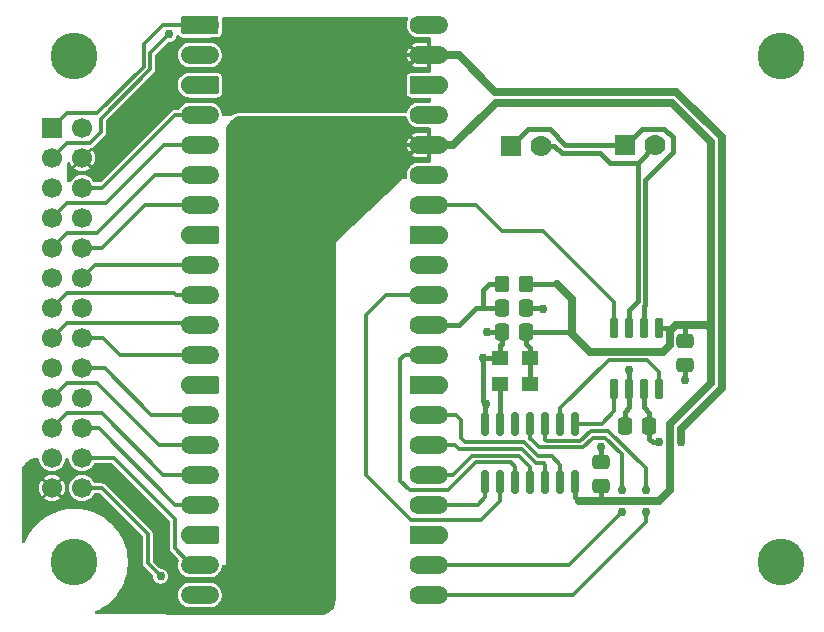
<source format=gbr>
%TF.GenerationSoftware,KiCad,Pcbnew,9.0.2-9.0.2-0~ubuntu24.04.1*%
%TF.CreationDate,2025-06-14T11:55:53-07:00*%
%TF.ProjectId,Pico-CAN,5069636f-2d43-4414-9e2e-6b696361645f,1.0*%
%TF.SameCoordinates,Original*%
%TF.FileFunction,Copper,L1,Top*%
%TF.FilePolarity,Positive*%
%FSLAX46Y46*%
G04 Gerber Fmt 4.6, Leading zero omitted, Abs format (unit mm)*
G04 Created by KiCad (PCBNEW 9.0.2-9.0.2-0~ubuntu24.04.1) date 2025-06-14 11:55:53*
%MOMM*%
%LPD*%
G01*
G04 APERTURE LIST*
G04 Aperture macros list*
%AMRoundRect*
0 Rectangle with rounded corners*
0 $1 Rounding radius*
0 $2 $3 $4 $5 $6 $7 $8 $9 X,Y pos of 4 corners*
0 Add a 4 corners polygon primitive as box body*
4,1,4,$2,$3,$4,$5,$6,$7,$8,$9,$2,$3,0*
0 Add four circle primitives for the rounded corners*
1,1,$1+$1,$2,$3*
1,1,$1+$1,$4,$5*
1,1,$1+$1,$6,$7*
1,1,$1+$1,$8,$9*
0 Add four rect primitives between the rounded corners*
20,1,$1+$1,$2,$3,$4,$5,0*
20,1,$1+$1,$4,$5,$6,$7,0*
20,1,$1+$1,$6,$7,$8,$9,0*
20,1,$1+$1,$8,$9,$2,$3,0*%
%AMFreePoly0*
4,1,37,0.800000,0.796148,0.878414,0.796148,1.032228,0.765552,1.177117,0.705537,1.307515,0.618408,1.418408,0.507515,1.505537,0.377117,1.565552,0.232228,1.596148,0.078414,1.596148,-0.078414,1.565552,-0.232228,1.505537,-0.377117,1.418408,-0.507515,1.307515,-0.618408,1.177117,-0.705537,1.032228,-0.765552,0.878414,-0.796148,0.800000,-0.796148,0.800000,-0.800000,-1.400000,-0.800000,
-1.403843,-0.796157,-1.439018,-0.796157,-1.511114,-0.766294,-1.566294,-0.711114,-1.596157,-0.639018,-1.596157,-0.603843,-1.600000,-0.600000,-1.600000,0.600000,-1.596157,0.603843,-1.596157,0.639018,-1.566294,0.711114,-1.511114,0.766294,-1.439018,0.796157,-1.403843,0.796157,-1.400000,0.800000,0.800000,0.800000,0.800000,0.796148,0.800000,0.796148,$1*%
%AMFreePoly1*
4,1,37,1.403843,0.796157,1.439018,0.796157,1.511114,0.766294,1.566294,0.711114,1.596157,0.639018,1.596157,0.603843,1.600000,0.600000,1.600000,-0.600000,1.596157,-0.603843,1.596157,-0.639018,1.566294,-0.711114,1.511114,-0.766294,1.439018,-0.796157,1.403843,-0.796157,1.400000,-0.800000,-0.800000,-0.800000,-0.800000,-0.796148,-0.878414,-0.796148,-1.032228,-0.765552,-1.177117,-0.705537,
-1.307515,-0.618408,-1.418408,-0.507515,-1.505537,-0.377117,-1.565552,-0.232228,-1.596148,-0.078414,-1.596148,0.078414,-1.565552,0.232228,-1.505537,0.377117,-1.418408,0.507515,-1.307515,0.618408,-1.177117,0.705537,-1.032228,0.765552,-0.878414,0.796148,-0.800000,0.796148,-0.800000,0.800000,1.400000,0.800000,1.403843,0.796157,1.403843,0.796157,$1*%
%AMFreePoly2*
4,1,37,0.603843,0.796157,0.639018,0.796157,0.711114,0.766294,0.766294,0.711114,0.796157,0.639018,0.796157,0.603843,0.800000,0.600000,0.800000,-0.600000,0.796157,-0.603843,0.796157,-0.639018,0.766294,-0.711114,0.711114,-0.766294,0.639018,-0.796157,0.603843,-0.796157,0.600000,-0.800000,0.000000,-0.800000,0.000000,-0.796148,-0.078414,-0.796148,-0.232228,-0.765552,-0.377117,-0.705537,
-0.507515,-0.618408,-0.618408,-0.507515,-0.705537,-0.377117,-0.765552,-0.232228,-0.796148,-0.078414,-0.796148,0.078414,-0.765552,0.232228,-0.705537,0.377117,-0.618408,0.507515,-0.507515,0.618408,-0.377117,0.705537,-0.232228,0.765552,-0.078414,0.796148,0.000000,0.796148,0.000000,0.800000,0.600000,0.800000,0.603843,0.796157,0.603843,0.796157,$1*%
%AMFreePoly3*
4,1,37,0.000000,0.796148,0.078414,0.796148,0.232228,0.765552,0.377117,0.705537,0.507515,0.618408,0.618408,0.507515,0.705537,0.377117,0.765552,0.232228,0.796148,0.078414,0.796148,-0.078414,0.765552,-0.232228,0.705537,-0.377117,0.618408,-0.507515,0.507515,-0.618408,0.377117,-0.705537,0.232228,-0.765552,0.078414,-0.796148,0.000000,-0.796148,0.000000,-0.800000,-0.600000,-0.800000,
-0.603843,-0.796157,-0.639018,-0.796157,-0.711114,-0.766294,-0.766294,-0.711114,-0.796157,-0.639018,-0.796157,-0.603843,-0.800000,-0.600000,-0.800000,0.600000,-0.796157,0.603843,-0.796157,0.639018,-0.766294,0.711114,-0.711114,0.766294,-0.639018,0.796157,-0.603843,0.796157,-0.600000,0.800000,0.000000,0.800000,0.000000,0.796148,0.000000,0.796148,$1*%
G04 Aperture macros list end*
%TA.AperFunction,SMDPad,CuDef*%
%ADD10RoundRect,0.250000X0.337500X0.475000X-0.337500X0.475000X-0.337500X-0.475000X0.337500X-0.475000X0*%
%TD*%
%TA.AperFunction,SMDPad,CuDef*%
%ADD11R,1.400000X1.200000*%
%TD*%
%TA.AperFunction,WasherPad*%
%ADD12C,3.962400*%
%TD*%
%TA.AperFunction,ComponentPad*%
%ADD13R,1.778000X1.778000*%
%TD*%
%TA.AperFunction,ComponentPad*%
%ADD14C,1.778000*%
%TD*%
%TA.AperFunction,SMDPad,CuDef*%
%ADD15RoundRect,0.250000X-0.475000X0.337500X-0.475000X-0.337500X0.475000X-0.337500X0.475000X0.337500X0*%
%TD*%
%TA.AperFunction,SMDPad,CuDef*%
%ADD16RoundRect,0.250000X0.350000X0.450000X-0.350000X0.450000X-0.350000X-0.450000X0.350000X-0.450000X0*%
%TD*%
%TA.AperFunction,SMDPad,CuDef*%
%ADD17RoundRect,0.150000X-0.150000X0.825000X-0.150000X-0.825000X0.150000X-0.825000X0.150000X0.825000X0*%
%TD*%
%TA.AperFunction,SMDPad,CuDef*%
%ADD18RoundRect,0.150000X0.150000X-0.725000X0.150000X0.725000X-0.150000X0.725000X-0.150000X-0.725000X0*%
%TD*%
%TA.AperFunction,SMDPad,CuDef*%
%ADD19RoundRect,0.250000X0.475000X-0.337500X0.475000X0.337500X-0.475000X0.337500X-0.475000X-0.337500X0*%
%TD*%
%TA.AperFunction,SMDPad,CuDef*%
%ADD20RoundRect,0.250000X-0.337500X-0.475000X0.337500X-0.475000X0.337500X0.475000X-0.337500X0.475000X0*%
%TD*%
%TA.AperFunction,SMDPad,CuDef*%
%ADD21FreePoly0,0.000000*%
%TD*%
%TA.AperFunction,ComponentPad*%
%ADD22RoundRect,0.200000X-0.600000X-0.600000X0.600000X-0.600000X0.600000X0.600000X-0.600000X0.600000X0*%
%TD*%
%TA.AperFunction,SMDPad,CuDef*%
%ADD23RoundRect,0.800000X-0.800000X-0.000010X0.800000X-0.000010X0.800000X0.000010X-0.800000X0.000010X0*%
%TD*%
%TA.AperFunction,ComponentPad*%
%ADD24C,1.600000*%
%TD*%
%TA.AperFunction,SMDPad,CuDef*%
%ADD25FreePoly1,0.000000*%
%TD*%
%TA.AperFunction,ComponentPad*%
%ADD26FreePoly2,0.000000*%
%TD*%
%TA.AperFunction,ComponentPad*%
%ADD27FreePoly3,0.000000*%
%TD*%
%TA.AperFunction,ComponentPad*%
%ADD28R,1.700000X1.700000*%
%TD*%
%TA.AperFunction,ComponentPad*%
%ADD29C,1.700000*%
%TD*%
%TA.AperFunction,ViaPad*%
%ADD30C,0.762000*%
%TD*%
%TA.AperFunction,Conductor*%
%ADD31C,0.304800*%
%TD*%
%TA.AperFunction,Conductor*%
%ADD32C,0.381000*%
%TD*%
%TA.AperFunction,Conductor*%
%ADD33C,0.635000*%
%TD*%
G04 APERTURE END LIST*
D10*
%TO.P,C2,1*%
%TO.N,+3V3*%
X211341700Y-131445000D03*
%TO.P,C2,2*%
%TO.N,GND*%
X209266700Y-131445000D03*
%TD*%
D11*
%TO.P,U2,1,EN*%
%TO.N,+3V3*%
X211685200Y-133594600D03*
%TO.P,U2,2,GND*%
%TO.N,GND*%
X209145200Y-133594600D03*
%TO.P,U2,3,OUT*%
%TO.N,Net-(U2-OUT)*%
X209145200Y-135794600D03*
%TO.P,U2,4,+Vs*%
%TO.N,+3V3*%
X211685200Y-135794600D03*
%TD*%
D12*
%TO.P,H4,*%
%TO.N,*%
X232920000Y-150920000D03*
%TD*%
D13*
%TO.P,J3,1,Pin_1*%
%TO.N,/CAN_L*%
X219730000Y-115593500D03*
D14*
%TO.P,J3,2,Pin_2*%
%TO.N,/CAN_H*%
X222270000Y-115593500D03*
%TD*%
D12*
%TO.P,H3,*%
%TO.N,*%
X173080000Y-150920000D03*
%TD*%
%TO.P,H2,*%
%TO.N,*%
X232920000Y-108080000D03*
%TD*%
D15*
%TO.P,C3,1*%
%TO.N,+3V3*%
X224790000Y-132185500D03*
%TO.P,C3,2*%
%TO.N,GND*%
X224790000Y-134260500D03*
%TD*%
D16*
%TO.P,R1,1*%
%TO.N,+3V3*%
X211304200Y-127381000D03*
%TO.P,R1,2*%
%TO.N,Net-(A1-RUN)*%
X209304200Y-127381000D03*
%TD*%
D17*
%TO.P,U3,1,TXCAN*%
%TO.N,/CANTX*%
X215507500Y-139215000D03*
%TO.P,U3,2,RXCAN*%
%TO.N,/CANRX*%
X214237500Y-139215000D03*
%TO.P,U3,3,SOF*%
%TO.N,/START_OF_FRAME*%
X212967500Y-139215000D03*
%TO.P,U3,4,~{INT}*%
%TO.N,/~{CAN_IRQ}*%
X211697500Y-139215000D03*
%TO.P,U3,5,OSC2*%
%TO.N,unconnected-(U3-OSC2-Pad5)*%
X210427500Y-139215000D03*
%TO.P,U3,6,OSC1*%
%TO.N,Net-(U2-OUT)*%
X209157500Y-139215000D03*
%TO.P,U3,7,VSS*%
%TO.N,GND*%
X207887500Y-139215000D03*
%TO.P,U3,8,~{INT1}*%
%TO.N,/~{CAN_RX_IRQ}*%
X207887500Y-144165000D03*
%TO.P,U3,9,~{INT0}*%
%TO.N,/~{CAN_TX_IRQ}*%
X209157500Y-144165000D03*
%TO.P,U3,10,SCK*%
%TO.N,/SPI0_SCK*%
X210427500Y-144165000D03*
%TO.P,U3,11,SDI*%
%TO.N,/SPI0_MOSI*%
X211697500Y-144165000D03*
%TO.P,U3,12,SDO*%
%TO.N,/SPI0_MISO*%
X212967500Y-144165000D03*
%TO.P,U3,13,~{CS}*%
%TO.N,/~{SPI0_CS}*%
X214237500Y-144165000D03*
%TO.P,U3,14,VDD*%
%TO.N,+3V3*%
X215507500Y-144165000D03*
%TD*%
D12*
%TO.P,H1,*%
%TO.N,*%
X173080000Y-108080000D03*
%TD*%
D10*
%TO.P,C4,1*%
%TO.N,+5V*%
X221763500Y-139369800D03*
%TO.P,C4,2*%
%TO.N,GND*%
X219688500Y-139369800D03*
%TD*%
D13*
%TO.P,J2,1,Pin_1*%
%TO.N,/CAN_L*%
X210060000Y-115640000D03*
D14*
%TO.P,J2,2,Pin_2*%
%TO.N,/CAN_H*%
X212600000Y-115640000D03*
%TD*%
D18*
%TO.P,U1,1,TXD*%
%TO.N,/CANTX*%
X218792500Y-136265000D03*
%TO.P,U1,2,V_{SS}*%
%TO.N,GND*%
X220062500Y-136265000D03*
%TO.P,U1,3,V_{DD}*%
%TO.N,+5V*%
X221332500Y-136265000D03*
%TO.P,U1,4,RXD*%
%TO.N,/CANRX*%
X222602500Y-136265000D03*
%TO.P,U1,5,V_{IO}*%
%TO.N,+3V3*%
X222602500Y-131115000D03*
%TO.P,U1,6,CANL*%
%TO.N,/CAN_L*%
X221332500Y-131115000D03*
%TO.P,U1,7,CANH*%
%TO.N,/CAN_H*%
X220062500Y-131115000D03*
%TO.P,U1,8,S*%
%TO.N,/XCVR_STBY*%
X218792500Y-131115000D03*
%TD*%
D19*
%TO.P,C5,1*%
%TO.N,+3V3*%
X217703400Y-144471300D03*
%TO.P,C5,2*%
%TO.N,GND*%
X217703400Y-142396300D03*
%TD*%
D20*
%TO.P,C1,1*%
%TO.N,Net-(A1-RUN)*%
X209266700Y-129413000D03*
%TO.P,C1,2*%
%TO.N,GND*%
X211341700Y-129413000D03*
%TD*%
D21*
%TO.P,A1,1,GPIO0*%
%TO.N,/GPIO0*%
X183700000Y-105440000D03*
D22*
X184500000Y-105440000D03*
D23*
%TO.P,A1,2,GPIO1*%
%TO.N,/GPIO1*%
X183700000Y-107980000D03*
D24*
X184500000Y-107980000D03*
D25*
%TO.P,A1,3,GND*%
%TO.N,GND*%
X183700000Y-110520000D03*
D26*
X184500000Y-110520000D03*
D23*
%TO.P,A1,4,GPIO2*%
%TO.N,/GPIO2*%
X183700000Y-113060000D03*
D24*
X184500000Y-113060000D03*
D23*
%TO.P,A1,5,GPIO3*%
%TO.N,/GPIO3*%
X183700000Y-115600000D03*
D24*
X184500000Y-115600000D03*
D23*
%TO.P,A1,6,GPIO4*%
%TO.N,/GPIO4*%
X183700000Y-118140000D03*
D24*
X184500000Y-118140000D03*
D23*
%TO.P,A1,7,GPIO5*%
%TO.N,/GPIO5*%
X183700000Y-120680000D03*
D24*
X184500000Y-120680000D03*
D25*
%TO.P,A1,8,GND*%
%TO.N,GND*%
X183700000Y-123220000D03*
D26*
X184500000Y-123220000D03*
D23*
%TO.P,A1,9,GPIO6*%
%TO.N,/GPIO6*%
X183700000Y-125760000D03*
D24*
X184500000Y-125760000D03*
D23*
%TO.P,A1,10,GPIO7*%
%TO.N,/GPIO7*%
X183700000Y-128300000D03*
D24*
X184500000Y-128300000D03*
D23*
%TO.P,A1,11,GPIO8*%
%TO.N,/GPIO8*%
X183700000Y-130840000D03*
D24*
X184500000Y-130840000D03*
D23*
%TO.P,A1,12,GPIO9*%
%TO.N,/GPIO9*%
X183700000Y-133380000D03*
D24*
X184500000Y-133380000D03*
D25*
%TO.P,A1,13,GND*%
%TO.N,GND*%
X183700000Y-135920000D03*
D26*
X184500000Y-135920000D03*
D23*
%TO.P,A1,14,GPIO10*%
%TO.N,/GPIO10*%
X183700000Y-138460000D03*
D24*
X184500000Y-138460000D03*
D23*
%TO.P,A1,15,GPIO11*%
%TO.N,/GPIO11*%
X183700000Y-141000000D03*
D24*
X184500000Y-141000000D03*
D23*
%TO.P,A1,16,GPIO12*%
%TO.N,/GPIO12*%
X183700000Y-143540000D03*
D24*
X184500000Y-143540000D03*
D23*
%TO.P,A1,17,GPIO13*%
%TO.N,/GPIO13*%
X183700000Y-146080000D03*
D24*
X184500000Y-146080000D03*
D25*
%TO.P,A1,18,GND*%
%TO.N,GND*%
X183700000Y-148620000D03*
D26*
X184500000Y-148620000D03*
D23*
%TO.P,A1,19,GPIO14*%
%TO.N,/GPIO14*%
X183700000Y-151160000D03*
D24*
X184500000Y-151160000D03*
D23*
%TO.P,A1,20,GPIO15*%
%TO.N,/GPIO15*%
X183700000Y-153700000D03*
D24*
X184500000Y-153700000D03*
%TO.P,A1,21,GPIO16*%
%TO.N,/START_OF_FRAME*%
X202280000Y-153700000D03*
D23*
X203080000Y-153700000D03*
D24*
%TO.P,A1,22,GPIO17*%
%TO.N,/~{CAN_IRQ}*%
X202280000Y-151160000D03*
D23*
X203080000Y-151160000D03*
D27*
%TO.P,A1,23,GND*%
%TO.N,GND*%
X202280000Y-148620000D03*
D21*
X203080000Y-148620000D03*
D24*
%TO.P,A1,24,GPIO18*%
%TO.N,/~{CAN_RX_IRQ}*%
X202280000Y-146080000D03*
D23*
X203080000Y-146080000D03*
D24*
%TO.P,A1,25,SPI0_TX*%
%TO.N,/SPI0_MOSI*%
X202280000Y-143540000D03*
D23*
X203080000Y-143540000D03*
D24*
%TO.P,A1,26,SPI0_RX*%
%TO.N,/SPI0_MISO*%
X202280000Y-141000000D03*
D23*
X203080000Y-141000000D03*
D24*
%TO.P,A1,27,~{SPI0_CSn}*%
%TO.N,/~{SPI0_CS}*%
X202280000Y-138460000D03*
D23*
X203080000Y-138460000D03*
D27*
%TO.P,A1,28,GND*%
%TO.N,GND*%
X202280000Y-135920000D03*
D21*
X203080000Y-135920000D03*
D24*
%TO.P,A1,29,SPI0_SCK*%
%TO.N,/SPI0_SCK*%
X202280000Y-133380000D03*
D23*
X203080000Y-133380000D03*
D24*
%TO.P,A1,30,RUN*%
%TO.N,Net-(A1-RUN)*%
X202280000Y-130840000D03*
D23*
X203080000Y-130840000D03*
D24*
%TO.P,A1,31,GPIO26*%
%TO.N,/~{CAN_TX_IRQ}*%
X202280000Y-128300000D03*
D23*
X203080000Y-128300000D03*
D24*
%TO.P,A1,32,GPIO27*%
%TO.N,unconnected-(A1-GPIO27_ADC1-Pad32)_1*%
X202280000Y-125760000D03*
D23*
%TO.N,unconnected-(A1-GPIO27_ADC1-Pad32)*%
X203080000Y-125760000D03*
D27*
%TO.P,A1,33,AGND*%
%TO.N,GND*%
X202280000Y-123220000D03*
D21*
X203080000Y-123220000D03*
D24*
%TO.P,A1,34,GPIO28*%
%TO.N,/XCVR_STBY*%
X202280000Y-120680000D03*
D23*
X203080000Y-120680000D03*
D24*
%TO.P,A1,35,ADC_VREF*%
%TO.N,unconnected-(A1-ADC_VREF-Pad35)*%
X202280000Y-118140000D03*
D23*
%TO.N,unconnected-(A1-ADC_VREF-Pad35)_1*%
X203080000Y-118140000D03*
D24*
%TO.P,A1,36,3V3*%
%TO.N,+3V3*%
X202280000Y-115600000D03*
D23*
X203080000Y-115600000D03*
D24*
%TO.P,A1,37,3V3_EN*%
%TO.N,unconnected-(A1-3V3_EN-Pad37)_1*%
X202280000Y-113060000D03*
D23*
%TO.N,unconnected-(A1-3V3_EN-Pad37)*%
X203080000Y-113060000D03*
D27*
%TO.P,A1,38,GND*%
%TO.N,GND*%
X202280000Y-110520000D03*
D21*
X203080000Y-110520000D03*
D24*
%TO.P,A1,39,VSYS*%
%TO.N,+5V*%
X202280000Y-107980000D03*
D23*
X203080000Y-107980000D03*
D24*
%TO.P,A1,40,VBUS*%
%TO.N,unconnected-(A1-VBUS-Pad40)_1*%
X202280000Y-105440000D03*
D23*
%TO.N,unconnected-(A1-VBUS-Pad40)*%
X203080000Y-105440000D03*
%TD*%
D28*
%TO.P,J1,1,Pin_1*%
%TO.N,/GPIO0*%
X171196000Y-114173000D03*
D29*
%TO.P,J1,2,Pin_2*%
%TO.N,GND*%
X173736000Y-114173000D03*
%TO.P,J1,3,Pin_3*%
%TO.N,/GPIO1*%
X171196000Y-116713000D03*
%TO.P,J1,4,Pin_4*%
%TO.N,+5V*%
X173736000Y-116713000D03*
%TO.P,J1,5,Pin_5*%
%TO.N,GND*%
X171196000Y-119253000D03*
%TO.P,J1,6,Pin_6*%
%TO.N,/GPIO2*%
X173736000Y-119253000D03*
%TO.P,J1,7,Pin_7*%
%TO.N,/GPIO3*%
X171196000Y-121793000D03*
%TO.P,J1,8,Pin_8*%
%TO.N,GND*%
X173736000Y-121793000D03*
%TO.P,J1,9,Pin_9*%
%TO.N,/GPIO4*%
X171196000Y-124333000D03*
%TO.P,J1,10,Pin_10*%
%TO.N,/GPIO5*%
X173736000Y-124333000D03*
%TO.P,J1,11,Pin_11*%
%TO.N,GND*%
X171196000Y-126873000D03*
%TO.P,J1,12,Pin_12*%
%TO.N,/GPIO6*%
X173736000Y-126873000D03*
%TO.P,J1,13,Pin_13*%
%TO.N,/GPIO7*%
X171196000Y-129413000D03*
%TO.P,J1,14,Pin_14*%
%TO.N,GND*%
X173736000Y-129413000D03*
%TO.P,J1,15,Pin_15*%
%TO.N,/GPIO8*%
X171196000Y-131953000D03*
%TO.P,J1,16,Pin_16*%
%TO.N,/GPIO9*%
X173736000Y-131953000D03*
%TO.P,J1,17,Pin_17*%
%TO.N,GND*%
X171196000Y-134493000D03*
%TO.P,J1,18,Pin_18*%
%TO.N,/GPIO10*%
X173736000Y-134493000D03*
%TO.P,J1,19,Pin_19*%
%TO.N,/GPIO11*%
X171196000Y-137033000D03*
%TO.P,J1,20,Pin_20*%
%TO.N,GND*%
X173736000Y-137033000D03*
%TO.P,J1,21,Pin_21*%
%TO.N,/GPIO12*%
X171196000Y-139573000D03*
%TO.P,J1,22,Pin_22*%
%TO.N,/GPIO13*%
X173736000Y-139573000D03*
%TO.P,J1,23,Pin_23*%
%TO.N,GND*%
X171196000Y-142113000D03*
%TO.P,J1,24,Pin_24*%
%TO.N,/GPIO14*%
X173736000Y-142113000D03*
%TO.P,J1,25,Pin_25*%
%TO.N,+3V3*%
X171196000Y-144653000D03*
%TO.P,J1,26,Pin_26*%
%TO.N,/GPIO15*%
X173736000Y-144653000D03*
%TD*%
D30*
%TO.N,GND*%
X220065600Y-134645400D03*
X224790000Y-135509000D03*
X207899000Y-137515600D03*
X207670400Y-133604000D03*
X212775800Y-129489200D03*
X208026000Y-131419600D03*
X217703400Y-141173200D03*
%TO.N,/GPIO1*%
X181102000Y-106227400D03*
%TO.N,/START_OF_FRAME*%
X221462600Y-144767300D03*
X221462600Y-146672300D03*
%TO.N,+5V*%
X224472500Y-140766800D03*
X222567500Y-140766800D03*
%TO.N,/~{CAN_IRQ}*%
X219405200Y-144767300D03*
X219405200Y-146672300D03*
%TO.N,/GPIO15*%
X180378100Y-152107900D03*
%TD*%
D31*
%TO.N,/SPI0_SCK*%
X207058718Y-142470600D02*
X204731118Y-144798200D01*
X210427500Y-144165000D02*
X210427500Y-142888900D01*
X200685400Y-144018000D02*
X200685400Y-133756400D01*
X201061800Y-133380000D02*
X202280000Y-133380000D01*
X201465600Y-144798200D02*
X200685400Y-144018000D01*
X204731118Y-144798200D02*
X201465600Y-144798200D01*
X210427500Y-142888900D02*
X210009200Y-142470600D01*
X200685400Y-133756400D02*
X201061800Y-133380000D01*
X210009200Y-142470600D02*
X207058718Y-142470600D01*
D32*
%TO.N,Net-(A1-RUN)*%
X208178400Y-127381000D02*
X209304200Y-127381000D01*
X207645000Y-129413000D02*
X207645000Y-127914400D01*
X207645000Y-127914400D02*
X208178400Y-127381000D01*
X207645000Y-129413000D02*
X209266700Y-129413000D01*
X203080000Y-130840000D02*
X205659200Y-130840000D01*
X205659200Y-130840000D02*
X207086200Y-129413000D01*
X207086200Y-129413000D02*
X207645000Y-129413000D01*
%TO.N,GND*%
X220062500Y-134648500D02*
X220065600Y-134645400D01*
X207670400Y-133604000D02*
X207670400Y-137287000D01*
X209266700Y-131445000D02*
X209266700Y-132414100D01*
X220062500Y-136265000D02*
X220062500Y-134648500D01*
X207678200Y-133596200D02*
X207670400Y-133604000D01*
X220062500Y-137798100D02*
X220062500Y-136265000D01*
X209266700Y-132414100D02*
X209143600Y-132537200D01*
X212699600Y-129413000D02*
X212775800Y-129489200D01*
X209143600Y-132842000D02*
X209145200Y-132843600D01*
X207887500Y-139215000D02*
X207887500Y-137527100D01*
X217703400Y-141173200D02*
X217703400Y-142066100D01*
X209266700Y-131445000D02*
X208051400Y-131445000D01*
X208051400Y-131445000D02*
X208026000Y-131419600D01*
X211341700Y-129413000D02*
X212699600Y-129413000D01*
X219688500Y-138172100D02*
X220062500Y-137798100D01*
X224790000Y-134260500D02*
X224790000Y-135509000D01*
X209145200Y-132843600D02*
X209145200Y-133594600D01*
X207887500Y-137527100D02*
X207899000Y-137515600D01*
X207670400Y-137287000D02*
X207899000Y-137515600D01*
X209143600Y-132537200D02*
X209143600Y-132842000D01*
X209042000Y-133596200D02*
X207678200Y-133596200D01*
X219688500Y-139369800D02*
X219688500Y-138172100D01*
D31*
X209161200Y-131550500D02*
X209266700Y-131445000D01*
%TO.N,/~{CAN_TX_IRQ}*%
X201567200Y-147338200D02*
X197789800Y-143560800D01*
X199466200Y-128295400D02*
X199470800Y-128300000D01*
X209157500Y-144165000D02*
X209157500Y-145705818D01*
X197789800Y-129971800D02*
X199466200Y-128295400D01*
X209157500Y-145705818D02*
X207525118Y-147338200D01*
X199470800Y-128300000D02*
X202280000Y-128300000D01*
X197789800Y-143560800D02*
X197789800Y-129971800D01*
X207525118Y-147338200D02*
X201567200Y-147338200D01*
%TO.N,/GPIO2*%
X181580000Y-113060000D02*
X175387000Y-119253000D01*
X175387000Y-119253000D02*
X173736000Y-119253000D01*
X184500000Y-113060000D02*
X181580000Y-113060000D01*
%TO.N,/GPIO8*%
X183555600Y-130695600D02*
X172453400Y-130695600D01*
X172453400Y-130695600D02*
X171196000Y-131953000D01*
X183700000Y-130840000D02*
X183555600Y-130695600D01*
%TO.N,/GPIO1*%
X172453400Y-115455600D02*
X171196000Y-116713000D01*
X175336200Y-114503200D02*
X174383800Y-115455600D01*
X181102000Y-106227400D02*
X179502800Y-107826600D01*
X174383800Y-115455600D02*
X172453400Y-115455600D01*
X175336200Y-113364476D02*
X175336200Y-114503200D01*
X179502800Y-107826600D02*
X179502800Y-109197877D01*
X179502800Y-109197877D02*
X175336200Y-113364476D01*
%TO.N,/GPIO14*%
X181559200Y-147269200D02*
X176403000Y-142113000D01*
X182960800Y-151160000D02*
X181559200Y-149758400D01*
X181559200Y-149758400D02*
X181559200Y-147269200D01*
X184500000Y-151160000D02*
X182960800Y-151160000D01*
X176403000Y-142113000D02*
X173736000Y-142113000D01*
%TO.N,/GPIO6*%
X174849000Y-125760000D02*
X173736000Y-126873000D01*
X184500000Y-125760000D02*
X174849000Y-125760000D01*
%TO.N,/GPIO10*%
X183700000Y-138460000D02*
X179608000Y-138460000D01*
X179608000Y-138460000D02*
X175641000Y-134493000D01*
X175641000Y-134493000D02*
X173736000Y-134493000D01*
%TO.N,/GPIO11*%
X175018600Y-135775600D02*
X180243000Y-141000000D01*
X180243000Y-141000000D02*
X183700000Y-141000000D01*
X172453400Y-135775600D02*
X175018600Y-135775600D01*
X171196000Y-137033000D02*
X172453400Y-135775600D01*
%TO.N,/GPIO7*%
X181495438Y-128143000D02*
X181652438Y-128300000D01*
X172466000Y-128143000D02*
X173202567Y-128143000D01*
X171196000Y-129413000D02*
X172466000Y-128143000D01*
X174891600Y-128143000D02*
X181495438Y-128143000D01*
X181652438Y-128300000D02*
X184500000Y-128300000D01*
X173215167Y-128130400D02*
X174879000Y-128130400D01*
X173202567Y-128143000D02*
X173215167Y-128130400D01*
X174879000Y-128130400D02*
X174891600Y-128143000D01*
%TO.N,/GPIO3*%
X175755400Y-120535600D02*
X180691000Y-115600000D01*
X172453400Y-120535600D02*
X175755400Y-120535600D01*
X180691000Y-115600000D02*
X183700000Y-115600000D01*
X171196000Y-121793000D02*
X172453400Y-120535600D01*
%TO.N,/GPIO4*%
X172453400Y-123075600D02*
X171196000Y-124333000D01*
X183700000Y-118140000D02*
X179929000Y-118140000D01*
X179929000Y-118140000D02*
X174993400Y-123075600D01*
X174993400Y-123075600D02*
X172453400Y-123075600D01*
%TO.N,/XCVR_STBY*%
X203080000Y-120680000D02*
X203100800Y-120700800D01*
X209298592Y-122885200D02*
X212750400Y-122885200D01*
X207114192Y-120700800D02*
X209298592Y-122885200D01*
X203100800Y-120700800D02*
X207114192Y-120700800D01*
X218792500Y-128927300D02*
X218792500Y-131115000D01*
X212750400Y-122885200D02*
X218792500Y-128927300D01*
%TO.N,/SPI0_MISO*%
X211233747Y-141631400D02*
X211252800Y-141631400D01*
X212967500Y-142685700D02*
X212967500Y-144165000D01*
X210953347Y-141351000D02*
X211233747Y-141631400D01*
X205287400Y-141000000D02*
X205638400Y-141351000D01*
X212801200Y-142519400D02*
X212967500Y-142685700D01*
X211252800Y-141631400D02*
X212140800Y-142519400D01*
X205638400Y-141351000D02*
X210953347Y-141351000D01*
X203080000Y-141000000D02*
X205287400Y-141000000D01*
X212140800Y-142519400D02*
X212801200Y-142519400D01*
%TO.N,/GPIO9*%
X183700000Y-133380000D02*
X176941000Y-133380000D01*
X176941000Y-133380000D02*
X175514000Y-131953000D01*
X175514000Y-131953000D02*
X173736000Y-131953000D01*
%TO.N,/GPIO5*%
X179040000Y-120680000D02*
X175387000Y-124333000D01*
X183700000Y-120680000D02*
X179040000Y-120680000D01*
X175387000Y-124333000D02*
X173736000Y-124333000D01*
%TO.N,/START_OF_FRAME*%
X221437200Y-142951200D02*
X218262200Y-139776200D01*
X215264676Y-153700000D02*
X202280000Y-153700000D01*
X221462600Y-146672300D02*
X221462600Y-147502076D01*
X216789000Y-139776200D02*
X215925400Y-140639800D01*
X221462600Y-146672300D02*
X221272100Y-146672300D01*
X215925400Y-140639800D02*
X213055200Y-140639800D01*
X221462600Y-147502076D02*
X215264676Y-153700000D01*
X218262200Y-139776200D02*
X216789000Y-139776200D01*
X212967500Y-140552100D02*
X212967500Y-139215000D01*
X213055200Y-140639800D02*
X212967500Y-140552100D01*
X221322900Y-144767300D02*
X221437200Y-144653000D01*
X221437200Y-144653000D02*
X221437200Y-142951200D01*
X221462600Y-144767300D02*
X221322900Y-144767300D01*
D33*
%TO.N,+3V3*%
X213958100Y-127381000D02*
X215188800Y-128611700D01*
X226974400Y-115341400D02*
X223647000Y-112014000D01*
X223697800Y-131140200D02*
X223481428Y-131356572D01*
X226949000Y-131165600D02*
X226949000Y-135788400D01*
D32*
X215798400Y-145719800D02*
X215507500Y-145428900D01*
D31*
X223672600Y-131115000D02*
X223697800Y-131140200D01*
D32*
X211685200Y-135794600D02*
X211685200Y-133594600D01*
X217703400Y-144471300D02*
X217703400Y-145719800D01*
D33*
X224790000Y-130810000D02*
X224028000Y-130810000D01*
D32*
X215163400Y-131445000D02*
X215188800Y-131470400D01*
D33*
X223520000Y-144780000D02*
X222580200Y-145719800D01*
D32*
X211685200Y-133594600D02*
X211685200Y-132792800D01*
D33*
X226974400Y-131140200D02*
X226949000Y-131165600D01*
D32*
X213958100Y-127381000D02*
X211304200Y-127381000D01*
D33*
X226974400Y-131140200D02*
X226974400Y-115341400D01*
X226644200Y-130810000D02*
X224790000Y-130810000D01*
X223481428Y-132499572D02*
X222899700Y-133081300D01*
D32*
X211341700Y-132449300D02*
X211341700Y-131445000D01*
D33*
X226949000Y-135788400D02*
X223520000Y-139217400D01*
X222899700Y-133081300D02*
X216723500Y-133081300D01*
D32*
X222602500Y-131115000D02*
X223672600Y-131115000D01*
D33*
X216723500Y-133081300D02*
X215203500Y-131561300D01*
D32*
X211341700Y-131445000D02*
X215163400Y-131445000D01*
X224790000Y-132185500D02*
X224790000Y-130810000D01*
D33*
X208762600Y-112014000D02*
X205176600Y-115600000D01*
X223647000Y-112014000D02*
X208762600Y-112014000D01*
X224028000Y-130810000D02*
X223697800Y-131140200D01*
X217703400Y-145719800D02*
X215798400Y-145719800D01*
D32*
X215507500Y-145428900D02*
X215507500Y-144165000D01*
D33*
X215188800Y-128611700D02*
X215188800Y-131470400D01*
X215203500Y-131485100D02*
X215188800Y-131470400D01*
X222580200Y-145719800D02*
X217703400Y-145719800D01*
X226974400Y-131140200D02*
X226644200Y-130810000D01*
X215203500Y-131561300D02*
X215203500Y-131485100D01*
D32*
X211685200Y-132792800D02*
X211341700Y-132449300D01*
D33*
X223481428Y-131356572D02*
X223481428Y-132499572D01*
X223520000Y-139217400D02*
X223520000Y-144780000D01*
D31*
X211361200Y-131464500D02*
X211341700Y-131445000D01*
D33*
X205176600Y-115600000D02*
X203080000Y-115600000D01*
D31*
%TO.N,/GPIO0*%
X178943000Y-107061000D02*
X180564000Y-105440000D01*
X181428566Y-105439000D02*
X181429566Y-105440000D01*
X180775434Y-105439000D02*
X181428566Y-105439000D01*
X172491400Y-112877600D02*
X175031400Y-112877600D01*
X181429566Y-105440000D02*
X183700000Y-105440000D01*
X175031400Y-112877600D02*
X178943000Y-108966000D01*
X171196000Y-114173000D02*
X172491400Y-112877600D01*
X180564000Y-105440000D02*
X180774434Y-105440000D01*
X178943000Y-108966000D02*
X178943000Y-107061000D01*
X180774434Y-105440000D02*
X180775434Y-105439000D01*
%TO.N,/~{SPI0_CS}*%
X212372676Y-141959600D02*
X213511400Y-141959600D01*
X211160823Y-140766800D02*
X211465623Y-141071600D01*
X213511400Y-141959600D02*
X214237500Y-142685700D01*
X206121000Y-140766800D02*
X211160823Y-140766800D01*
X205790800Y-140436600D02*
X206121000Y-140766800D01*
X214237500Y-142685700D02*
X214237500Y-144165000D01*
X211465623Y-141071600D02*
X211484676Y-141071600D01*
X203080000Y-138460000D02*
X203110000Y-138430000D01*
X203110000Y-138430000D02*
X205359000Y-138430000D01*
X205359000Y-138430000D02*
X205790800Y-138861800D01*
X205790800Y-138861800D02*
X205790800Y-140436600D01*
X211484676Y-141071600D02*
X212372676Y-141959600D01*
D32*
%TO.N,+5V*%
X221763500Y-139369800D02*
X221763500Y-138248300D01*
D33*
X227915200Y-131529892D02*
X227915200Y-114951708D01*
X224472500Y-140766800D02*
X224459800Y-140754100D01*
X208710800Y-111073200D02*
X205617600Y-107980000D01*
X227915200Y-114951708D02*
X224036692Y-111073200D01*
D32*
X222046800Y-140766800D02*
X221763500Y-140483500D01*
D33*
X227889800Y-131555292D02*
X227915200Y-131529892D01*
X224459800Y-140754100D02*
X224459800Y-139608092D01*
X224459800Y-139608092D02*
X227889800Y-136178092D01*
X227889800Y-136178092D02*
X227889800Y-131555292D01*
X205617600Y-107980000D02*
X203080000Y-107980000D01*
D32*
X222567500Y-140766800D02*
X222046800Y-140766800D01*
X221332500Y-137817300D02*
X221332500Y-136265000D01*
X221763500Y-138248300D02*
X221332500Y-137817300D01*
D33*
X224036692Y-111073200D02*
X208710800Y-111073200D01*
D32*
X221763500Y-140483500D02*
X221763500Y-139369800D01*
D31*
%TO.N,/SPI0_MOSI*%
X210719400Y-141910800D02*
X206755000Y-141910800D01*
X211697500Y-144165000D02*
X211697500Y-142888900D01*
X211697500Y-142888900D02*
X210719400Y-141910800D01*
X205125800Y-143540000D02*
X203080000Y-143540000D01*
X206755000Y-141910800D02*
X205125800Y-143540000D01*
%TO.N,/~{CAN_IRQ}*%
X212404352Y-141199600D02*
X216178400Y-141199600D01*
X219405200Y-146672300D02*
X219345749Y-146731751D01*
X216178400Y-141199600D02*
X216864200Y-140513800D01*
X219345749Y-146731751D02*
X219333049Y-146731751D01*
X216864200Y-140492676D02*
X216972076Y-140384800D01*
X211716552Y-140511800D02*
X212404352Y-141199600D01*
X205333600Y-151155400D02*
X214934800Y-151155400D01*
X216972076Y-140384800D02*
X218029966Y-140384800D01*
X203080000Y-151160000D02*
X205329000Y-151160000D01*
X219405200Y-146672300D02*
X219309648Y-146672300D01*
X205329000Y-151160000D02*
X205333600Y-151155400D01*
X211697500Y-139215000D02*
X211697500Y-140511800D01*
X219405200Y-146685000D02*
X219405200Y-146672300D01*
X216864200Y-140513800D02*
X216864200Y-140492676D01*
X218029966Y-140384800D02*
X219405200Y-141760034D01*
X219405200Y-141760034D02*
X219405200Y-144767300D01*
X211697500Y-140511800D02*
X211716552Y-140511800D01*
X214934800Y-151155400D02*
X219405200Y-146685000D01*
%TO.N,/~{CAN_RX_IRQ}*%
X207887500Y-144165000D02*
X207887500Y-145426500D01*
X207887500Y-145426500D02*
X207234000Y-146080000D01*
X207234000Y-146080000D02*
X203080000Y-146080000D01*
D32*
%TO.N,/CAN_L*%
X210058000Y-115642000D02*
X210060000Y-115640000D01*
X221396450Y-118531750D02*
X223774000Y-116154200D01*
X223774000Y-116154200D02*
X223774000Y-114960400D01*
X213314700Y-114254700D02*
X211445300Y-114254700D01*
X221396450Y-129143650D02*
X221396450Y-118531750D01*
X211445300Y-114254700D02*
X210060000Y-115640000D01*
X221115300Y-114208200D02*
X219730000Y-115593500D01*
X223021800Y-114208200D02*
X221115300Y-114208200D01*
X221332500Y-129207600D02*
X221396450Y-129143650D01*
X223774000Y-114960400D02*
X223021800Y-114208200D01*
X221332500Y-131115000D02*
X221332500Y-129207600D01*
X214653500Y-115593500D02*
X213314700Y-114254700D01*
X219730000Y-115593500D02*
X214653500Y-115593500D01*
%TO.N,/CAN_H*%
X214369018Y-116280300D02*
X217575500Y-116280300D01*
X217575500Y-116280300D02*
X218398250Y-117103050D01*
X220062500Y-129543100D02*
X220760450Y-128845150D01*
X220760450Y-117103050D02*
X222270000Y-115593500D01*
X213728718Y-115640000D02*
X214369018Y-116280300D01*
X220062500Y-131115000D02*
X220062500Y-129543100D01*
X212600000Y-115640000D02*
X213728718Y-115640000D01*
X218398250Y-117103050D02*
X220760450Y-117103050D01*
X220760450Y-128845150D02*
X220760450Y-117103050D01*
D31*
%TO.N,/CANTX*%
X215507500Y-139215000D02*
X217731200Y-139215000D01*
X218792500Y-138153700D02*
X218792500Y-136265000D01*
X217731200Y-139215000D02*
X218792500Y-138153700D01*
%TO.N,/CANRX*%
X222602500Y-136265000D02*
X222602500Y-134845500D01*
X214237500Y-137882700D02*
X214237500Y-139215000D01*
X221563200Y-133806200D02*
X218314000Y-133806200D01*
X218314000Y-133806200D02*
X214237500Y-137882700D01*
X222602500Y-134845500D02*
X221563200Y-133806200D01*
%TO.N,/GPIO13*%
X173736000Y-139573000D02*
X175133000Y-139573000D01*
X175133000Y-139573000D02*
X181640000Y-146080000D01*
X181640000Y-146080000D02*
X183700000Y-146080000D01*
%TO.N,/GPIO12*%
X180624000Y-143540000D02*
X183700000Y-143540000D01*
X171196000Y-139573000D02*
X172453400Y-138315600D01*
X175399600Y-138315600D02*
X180624000Y-143540000D01*
X172453400Y-138315600D02*
X175399600Y-138315600D01*
%TO.N,/GPIO15*%
X179298600Y-148564600D02*
X175387000Y-144653000D01*
X180378100Y-152107900D02*
X179298600Y-151028400D01*
X179298600Y-151028400D02*
X179298600Y-148564600D01*
X175387000Y-144653000D02*
X173736000Y-144653000D01*
D32*
%TO.N,Net-(U2-OUT)*%
X209161200Y-139211300D02*
X209157500Y-139215000D01*
X209157500Y-139215000D02*
X209157500Y-135806900D01*
X209157500Y-135806900D02*
X209145200Y-135794600D01*
%TD*%
%TA.AperFunction,Conductor*%
%TO.N,+3V3*%
G36*
X201144060Y-113164780D02*
G01*
X201171315Y-113169255D01*
X201177114Y-113174485D01*
X201184603Y-113176685D01*
X201202682Y-113197550D01*
X201223196Y-113216054D01*
X201227665Y-113226381D01*
X201230358Y-113229489D01*
X201232585Y-113237749D01*
X201237214Y-113248445D01*
X201239947Y-113258492D01*
X201240758Y-113266718D01*
X201254615Y-113312400D01*
X201255090Y-113314145D01*
X201257057Y-113322509D01*
X201266022Y-113367578D01*
X201266024Y-113367585D01*
X201283612Y-113410048D01*
X201287710Y-113421501D01*
X201301056Y-113465494D01*
X201301058Y-113465499D01*
X201322723Y-113506031D01*
X201325595Y-113511404D01*
X201345514Y-113559493D01*
X201374435Y-113602776D01*
X201398973Y-113648683D01*
X201431998Y-113688924D01*
X201460917Y-113732204D01*
X201497719Y-113769006D01*
X201501582Y-113773713D01*
X201530747Y-113809252D01*
X201562758Y-113835522D01*
X201570993Y-113842280D01*
X201607796Y-113879083D01*
X201651072Y-113907999D01*
X201655784Y-113911866D01*
X201674407Y-113927149D01*
X201691317Y-113941027D01*
X201720492Y-113956621D01*
X201731851Y-113962693D01*
X201742287Y-113968948D01*
X201780507Y-113994486D01*
X201780512Y-113994488D01*
X201822971Y-114012075D01*
X201828604Y-114014408D01*
X201874508Y-114038945D01*
X201924322Y-114054055D01*
X201972414Y-114073976D01*
X202017499Y-114082943D01*
X202017500Y-114082944D01*
X202023471Y-114084131D01*
X202073282Y-114099242D01*
X202125083Y-114104344D01*
X202176141Y-114114500D01*
X202435213Y-114114500D01*
X202435222Y-114114499D01*
X203135235Y-114114499D01*
X203138650Y-114115502D01*
X203142118Y-114114690D01*
X203171935Y-114125275D01*
X203202274Y-114134184D01*
X203204604Y-114136873D01*
X203207961Y-114138065D01*
X203227323Y-114163092D01*
X203248029Y-114186988D01*
X203249176Y-114191339D01*
X203250715Y-114193328D01*
X203258763Y-114227692D01*
X203275728Y-114421604D01*
X203276200Y-114432411D01*
X203276200Y-114450838D01*
X203256515Y-114517877D01*
X203239881Y-114538519D01*
X203232400Y-114546000D01*
X203232400Y-116654000D01*
X203239881Y-116661481D01*
X203254584Y-116688408D01*
X203271177Y-116714227D01*
X203272068Y-116720427D01*
X203273366Y-116722804D01*
X203276200Y-116749162D01*
X203276200Y-116961500D01*
X203256515Y-117028539D01*
X203203711Y-117074294D01*
X203152200Y-117085500D01*
X202176141Y-117085500D01*
X202131050Y-117094468D01*
X202131049Y-117094467D01*
X202125063Y-117095657D01*
X202073282Y-117100758D01*
X202023478Y-117115865D01*
X202017497Y-117117055D01*
X202017494Y-117117056D01*
X201972418Y-117126022D01*
X201972415Y-117126023D01*
X201929953Y-117143611D01*
X201918501Y-117147709D01*
X201874507Y-117161055D01*
X201874502Y-117161057D01*
X201833967Y-117182721D01*
X201833968Y-117182722D01*
X201828585Y-117185599D01*
X201780507Y-117205514D01*
X201737243Y-117234421D01*
X201731867Y-117237295D01*
X201731857Y-117237302D01*
X201691317Y-117258972D01*
X201655778Y-117288138D01*
X201651075Y-117291998D01*
X201607796Y-117320917D01*
X201570997Y-117357714D01*
X201566291Y-117361577D01*
X201566288Y-117361580D01*
X201530748Y-117390748D01*
X201497719Y-117430993D01*
X201460917Y-117467796D01*
X201432004Y-117511065D01*
X201428141Y-117515773D01*
X201428138Y-117515778D01*
X201398972Y-117551317D01*
X201377302Y-117591857D01*
X201377301Y-117591856D01*
X201374421Y-117597243D01*
X201345514Y-117640507D01*
X201325599Y-117688583D01*
X201322724Y-117693964D01*
X201301057Y-117734502D01*
X201301055Y-117734507D01*
X201287709Y-117778497D01*
X201287710Y-117778498D01*
X201285941Y-117784328D01*
X201266024Y-117832414D01*
X201255869Y-117883460D01*
X201254101Y-117889291D01*
X201254101Y-117889293D01*
X201240756Y-117933289D01*
X201236250Y-117979026D01*
X201234466Y-117991054D01*
X201225500Y-118036135D01*
X201225500Y-118243857D01*
X201234468Y-118288946D01*
X201236206Y-118300511D01*
X201236226Y-118300716D01*
X201240758Y-118346718D01*
X201241025Y-118347600D01*
X201241719Y-118354375D01*
X201236367Y-118383193D01*
X201233758Y-118412387D01*
X201230062Y-118417145D01*
X201228962Y-118423070D01*
X201208879Y-118444420D01*
X201190901Y-118467569D01*
X201185219Y-118469574D01*
X201181091Y-118473963D01*
X201152650Y-118481067D01*
X201125014Y-118490821D01*
X201118363Y-118491000D01*
X200913999Y-118491000D01*
X195238388Y-123814304D01*
X195199000Y-141986135D01*
X195199000Y-154116749D01*
X195198526Y-154127584D01*
X195180559Y-154332425D01*
X195176787Y-154353763D01*
X195124849Y-154547088D01*
X195117420Y-154567443D01*
X195032622Y-154748774D01*
X195021763Y-154767525D01*
X194906694Y-154931325D01*
X194892736Y-154947900D01*
X194750910Y-155089168D01*
X194734280Y-155103060D01*
X194570029Y-155217480D01*
X194551235Y-155228265D01*
X194369573Y-155312346D01*
X194349189Y-155319694D01*
X194195333Y-155360379D01*
X194163633Y-155364500D01*
X186911554Y-155364500D01*
X186911065Y-155364499D01*
X174908391Y-155317141D01*
X174841429Y-155297192D01*
X174795883Y-155244208D01*
X174786213Y-155175011D01*
X174815488Y-155111570D01*
X174856476Y-155080760D01*
X175169860Y-154934627D01*
X175169868Y-154934622D01*
X175169878Y-154934618D01*
X175511822Y-154737196D01*
X175835259Y-154510724D01*
X176137727Y-154256923D01*
X176416923Y-153977727D01*
X176670724Y-153675259D01*
X176689669Y-153648202D01*
X181845500Y-153648202D01*
X181845500Y-153751796D01*
X181860757Y-153906715D01*
X181921056Y-154105496D01*
X182018969Y-154288677D01*
X182018972Y-154288681D01*
X182018972Y-154288682D01*
X182018974Y-154288684D01*
X182150747Y-154449252D01*
X182262483Y-154540950D01*
X182311317Y-154581027D01*
X182311320Y-154581028D01*
X182311322Y-154581030D01*
X182494503Y-154678943D01*
X182494505Y-154678943D01*
X182494508Y-154678945D01*
X182693282Y-154739242D01*
X182848199Y-154754500D01*
X184390006Y-154754499D01*
X184390028Y-154754500D01*
X184396141Y-154754500D01*
X184603861Y-154754500D01*
X184619383Y-154751411D01*
X184654919Y-154744343D01*
X184706718Y-154739242D01*
X184756530Y-154724131D01*
X184762503Y-154722943D01*
X184762504Y-154722943D01*
X184778892Y-154719683D01*
X184807586Y-154713976D01*
X184855677Y-154694055D01*
X184905492Y-154678945D01*
X184951399Y-154654406D01*
X184999493Y-154634486D01*
X185042776Y-154605564D01*
X185088683Y-154581027D01*
X185128924Y-154548001D01*
X185172204Y-154519083D01*
X185204713Y-154486572D01*
X185213700Y-154478427D01*
X185249252Y-154449252D01*
X185282280Y-154409006D01*
X185319083Y-154372204D01*
X185348001Y-154328924D01*
X185381027Y-154288683D01*
X185402698Y-154248137D01*
X185408941Y-154237720D01*
X185434486Y-154199493D01*
X185454406Y-154151399D01*
X185478945Y-154105492D01*
X185494055Y-154055677D01*
X185513976Y-154007586D01*
X185519915Y-153977727D01*
X185522944Y-153962501D01*
X185524133Y-153956523D01*
X185539242Y-153906718D01*
X185544344Y-153854916D01*
X185554500Y-153803859D01*
X185554500Y-153596141D01*
X185544343Y-153545080D01*
X185539242Y-153493282D01*
X185524131Y-153443469D01*
X185513976Y-153392414D01*
X185494055Y-153344322D01*
X185478945Y-153294508D01*
X185454408Y-153248604D01*
X185452075Y-153242971D01*
X185434488Y-153200512D01*
X185434486Y-153200507D01*
X185405564Y-153157223D01*
X185381027Y-153111317D01*
X185348001Y-153071075D01*
X185343906Y-153064946D01*
X185319083Y-153027795D01*
X185319080Y-153027792D01*
X185286591Y-152995304D01*
X185278417Y-152986286D01*
X185249252Y-152950747D01*
X185213713Y-152921582D01*
X185209006Y-152917719D01*
X185172204Y-152880917D01*
X185128924Y-152851998D01*
X185124214Y-152848133D01*
X185124214Y-152848132D01*
X185124213Y-152848132D01*
X185088686Y-152818975D01*
X185088684Y-152818974D01*
X185088683Y-152818973D01*
X185048147Y-152797305D01*
X185042769Y-152794430D01*
X184999493Y-152765514D01*
X184951405Y-152745595D01*
X184946031Y-152742723D01*
X184905499Y-152721058D01*
X184905494Y-152721056D01*
X184905493Y-152721055D01*
X184905492Y-152721055D01*
X184887643Y-152715640D01*
X184861504Y-152707711D01*
X184855671Y-152705941D01*
X184807586Y-152686024D01*
X184756530Y-152675868D01*
X184750705Y-152674101D01*
X184750704Y-152674100D01*
X184706720Y-152660758D01*
X184706716Y-152660757D01*
X184660973Y-152656251D01*
X184648944Y-152654466D01*
X184603862Y-152645500D01*
X184603859Y-152645500D01*
X184396141Y-152645500D01*
X184396140Y-152645500D01*
X182848203Y-152645500D01*
X182693284Y-152660757D01*
X182494503Y-152721056D01*
X182311322Y-152818969D01*
X182311315Y-152818974D01*
X182150747Y-152950747D01*
X182018974Y-153111315D01*
X182018969Y-153111322D01*
X181921056Y-153294503D01*
X181860757Y-153493283D01*
X181845500Y-153648202D01*
X176689669Y-153648202D01*
X176897196Y-153351822D01*
X177094618Y-153009878D01*
X177261486Y-152652028D01*
X177396531Y-152280997D01*
X177498724Y-151899607D01*
X177567287Y-151510763D01*
X177601700Y-151117422D01*
X177601700Y-150722578D01*
X177567287Y-150329237D01*
X177564247Y-150311998D01*
X177529627Y-150115655D01*
X177498724Y-149940393D01*
X177423525Y-149659747D01*
X177396534Y-149559013D01*
X177396532Y-149559009D01*
X177396531Y-149559003D01*
X177261486Y-149187972D01*
X177094618Y-148830122D01*
X176897196Y-148488178D01*
X176897189Y-148488168D01*
X176897184Y-148488160D01*
X176670723Y-148164739D01*
X176470846Y-147926536D01*
X176416923Y-147862273D01*
X176137727Y-147583077D01*
X175921243Y-147401425D01*
X175835260Y-147329276D01*
X175511839Y-147102815D01*
X175511828Y-147102808D01*
X175511822Y-147102804D01*
X175367288Y-147019357D01*
X175169884Y-146905385D01*
X175169869Y-146905377D01*
X174812037Y-146738518D01*
X174812035Y-146738517D01*
X174812028Y-146738514D01*
X174440997Y-146603469D01*
X174440996Y-146603468D01*
X174440986Y-146603465D01*
X174059614Y-146501278D01*
X174059617Y-146501278D01*
X174059607Y-146501276D01*
X174059601Y-146501274D01*
X174059597Y-146501274D01*
X173670767Y-146432713D01*
X173277425Y-146398300D01*
X173277422Y-146398300D01*
X172882578Y-146398300D01*
X172882574Y-146398300D01*
X172489234Y-146432713D01*
X172489230Y-146432713D01*
X172100402Y-146501274D01*
X172100385Y-146501278D01*
X171719013Y-146603465D01*
X171626169Y-146637258D01*
X171347972Y-146738514D01*
X171347968Y-146738515D01*
X171347962Y-146738518D01*
X170990130Y-146905377D01*
X170990115Y-146905385D01*
X170648186Y-147102799D01*
X170648160Y-147102815D01*
X170324739Y-147329276D01*
X170022270Y-147583079D01*
X169743079Y-147862270D01*
X169489276Y-148164739D01*
X169262815Y-148488160D01*
X169262807Y-148488173D01*
X169262804Y-148488178D01*
X169249610Y-148511031D01*
X169065385Y-148830115D01*
X169065377Y-148830130D01*
X168898518Y-149187963D01*
X168898514Y-149187972D01*
X168876022Y-149249769D01*
X168834595Y-149306033D01*
X168769326Y-149330968D01*
X168700938Y-149316658D01*
X168651142Y-149267646D01*
X168635500Y-149207358D01*
X168635500Y-144566107D01*
X170092000Y-144566107D01*
X170092000Y-144739892D01*
X170119183Y-144911521D01*
X170172884Y-145076793D01*
X170251774Y-145231622D01*
X170314928Y-145318544D01*
X170314929Y-145318545D01*
X170751087Y-144882386D01*
X170795901Y-144960007D01*
X170888993Y-145053099D01*
X170966612Y-145097912D01*
X170530453Y-145534070D01*
X170617379Y-145597225D01*
X170617385Y-145597229D01*
X170772206Y-145676115D01*
X170937478Y-145729816D01*
X171109108Y-145757000D01*
X171282892Y-145757000D01*
X171454521Y-145729816D01*
X171619793Y-145676115D01*
X171774622Y-145597225D01*
X171861544Y-145534071D01*
X171861544Y-145534070D01*
X171425387Y-145097912D01*
X171503007Y-145053099D01*
X171596099Y-144960007D01*
X171640912Y-144882386D01*
X172077070Y-145318544D01*
X172077071Y-145318544D01*
X172140225Y-145231622D01*
X172219115Y-145076793D01*
X172272816Y-144911521D01*
X172300000Y-144739892D01*
X172300000Y-144566107D01*
X172299995Y-144566074D01*
X172631500Y-144566074D01*
X172631500Y-144739925D01*
X172658697Y-144911639D01*
X172658697Y-144911642D01*
X172712418Y-145076978D01*
X172762075Y-145174435D01*
X172791347Y-145231884D01*
X172893535Y-145372533D01*
X173016467Y-145495465D01*
X173157116Y-145597653D01*
X173311106Y-145676115D01*
X173312021Y-145676581D01*
X173477358Y-145730302D01*
X173477359Y-145730302D01*
X173477362Y-145730303D01*
X173649074Y-145757500D01*
X173649075Y-145757500D01*
X173822925Y-145757500D01*
X173822926Y-145757500D01*
X173994638Y-145730303D01*
X173994641Y-145730302D01*
X173994642Y-145730302D01*
X174159978Y-145676581D01*
X174159978Y-145676580D01*
X174159981Y-145676580D01*
X174314884Y-145597653D01*
X174455533Y-145495465D01*
X174578465Y-145372533D01*
X174680653Y-145231884D01*
X174733786Y-145127605D01*
X174781761Y-145076809D01*
X174844271Y-145059900D01*
X175167094Y-145059900D01*
X175234133Y-145079585D01*
X175254775Y-145096219D01*
X178855381Y-148696825D01*
X178888866Y-148758148D01*
X178891700Y-148784506D01*
X178891700Y-151081967D01*
X178891699Y-151081967D01*
X178919430Y-151185458D01*
X178972999Y-151278243D01*
X179354250Y-151659494D01*
X179706281Y-152011524D01*
X179739766Y-152072847D01*
X179742600Y-152099205D01*
X179742600Y-152170495D01*
X179767020Y-152293261D01*
X179767023Y-152293273D01*
X179814923Y-152408915D01*
X179814930Y-152408928D01*
X179884474Y-152513007D01*
X179884477Y-152513011D01*
X179972988Y-152601522D01*
X179972992Y-152601525D01*
X180077071Y-152671069D01*
X180077084Y-152671076D01*
X180161264Y-152705944D01*
X180192731Y-152718978D01*
X180315504Y-152743399D01*
X180315508Y-152743400D01*
X180315509Y-152743400D01*
X180440692Y-152743400D01*
X180440693Y-152743399D01*
X180563469Y-152718978D01*
X180679122Y-152671073D01*
X180783208Y-152601525D01*
X180871725Y-152513008D01*
X180941273Y-152408922D01*
X180989178Y-152293269D01*
X181013600Y-152170491D01*
X181013600Y-152045309D01*
X180989178Y-151922531D01*
X180983677Y-151909251D01*
X180941276Y-151806884D01*
X180941269Y-151806871D01*
X180871725Y-151702792D01*
X180871722Y-151702788D01*
X180783211Y-151614277D01*
X180783207Y-151614274D01*
X180679128Y-151544730D01*
X180679115Y-151544723D01*
X180563473Y-151496823D01*
X180563461Y-151496820D01*
X180440695Y-151472400D01*
X180440691Y-151472400D01*
X180369405Y-151472400D01*
X180302366Y-151452715D01*
X180281724Y-151436081D01*
X179741819Y-150896175D01*
X179708334Y-150834852D01*
X179705500Y-150808494D01*
X179705500Y-148511031D01*
X179699376Y-148488179D01*
X179699375Y-148488176D01*
X179699371Y-148488160D01*
X179677770Y-148407543D01*
X179624201Y-148314757D01*
X175636843Y-144327399D01*
X175544058Y-144273830D01*
X175544059Y-144273830D01*
X175518186Y-144266897D01*
X175440570Y-144246100D01*
X175440569Y-144246100D01*
X175440567Y-144246100D01*
X174844271Y-144246100D01*
X174777232Y-144226415D01*
X174733786Y-144178395D01*
X174680787Y-144074379D01*
X174680653Y-144074116D01*
X174578465Y-143933467D01*
X174455533Y-143810535D01*
X174314884Y-143708347D01*
X174288524Y-143694916D01*
X174159978Y-143629418D01*
X173994641Y-143575697D01*
X173865854Y-143555299D01*
X173822926Y-143548500D01*
X173649074Y-143548500D01*
X173591836Y-143557565D01*
X173477360Y-143575697D01*
X173477357Y-143575697D01*
X173312021Y-143629418D01*
X173157115Y-143708347D01*
X173104303Y-143746718D01*
X173016467Y-143810535D01*
X173016465Y-143810537D01*
X173016464Y-143810537D01*
X172893537Y-143933464D01*
X172893537Y-143933465D01*
X172893535Y-143933467D01*
X172871039Y-143964430D01*
X172791347Y-144074115D01*
X172712418Y-144229021D01*
X172658697Y-144394357D01*
X172658697Y-144394360D01*
X172631500Y-144566074D01*
X172299995Y-144566074D01*
X172272816Y-144394478D01*
X172219115Y-144229206D01*
X172140229Y-144074385D01*
X172140225Y-144074379D01*
X172077070Y-143987454D01*
X172077070Y-143987453D01*
X171640912Y-144423611D01*
X171596099Y-144345993D01*
X171503007Y-144252901D01*
X171425387Y-144208087D01*
X171861545Y-143771929D01*
X171861544Y-143771928D01*
X171774622Y-143708774D01*
X171619793Y-143629884D01*
X171454521Y-143576183D01*
X171282892Y-143549000D01*
X171109108Y-143549000D01*
X170937478Y-143576183D01*
X170772206Y-143629884D01*
X170617377Y-143708774D01*
X170530454Y-143771928D01*
X170530453Y-143771928D01*
X170966612Y-144208087D01*
X170888993Y-144252901D01*
X170795901Y-144345993D01*
X170751087Y-144423612D01*
X170314928Y-143987453D01*
X170314928Y-143987454D01*
X170251774Y-144074377D01*
X170172884Y-144229206D01*
X170119183Y-144394478D01*
X170092000Y-144566107D01*
X168635500Y-144566107D01*
X168635500Y-143137716D01*
X168639725Y-143105623D01*
X168672764Y-142982321D01*
X168678982Y-142959111D01*
X168686375Y-142938801D01*
X168770763Y-142757831D01*
X168781569Y-142739116D01*
X168896104Y-142575543D01*
X168909992Y-142558991D01*
X169051191Y-142417792D01*
X169067743Y-142403904D01*
X169231316Y-142289369D01*
X169250031Y-142278563D01*
X169431003Y-142194174D01*
X169451307Y-142186783D01*
X169644196Y-142135099D01*
X169665470Y-142131348D01*
X169869805Y-142113472D01*
X169880612Y-142113000D01*
X169971827Y-142113000D01*
X170038866Y-142132685D01*
X170084621Y-142185489D01*
X170094299Y-142217599D01*
X170111037Y-142323277D01*
X170118697Y-142371639D01*
X170118697Y-142371642D01*
X170172418Y-142536978D01*
X170184686Y-142561055D01*
X170251347Y-142691884D01*
X170353535Y-142832533D01*
X170476467Y-142955465D01*
X170617116Y-143057653D01*
X170772019Y-143136580D01*
X170772021Y-143136581D01*
X170937358Y-143190302D01*
X170937359Y-143190302D01*
X170937362Y-143190303D01*
X171109074Y-143217500D01*
X171109075Y-143217500D01*
X171282925Y-143217500D01*
X171282926Y-143217500D01*
X171454638Y-143190303D01*
X171454641Y-143190302D01*
X171454642Y-143190302D01*
X171619978Y-143136581D01*
X171619978Y-143136580D01*
X171619981Y-143136580D01*
X171774884Y-143057653D01*
X171915533Y-142955465D01*
X172038465Y-142832533D01*
X172140653Y-142691884D01*
X172219580Y-142536981D01*
X172273303Y-142371638D01*
X172297700Y-142217600D01*
X172312310Y-142186782D01*
X172326460Y-142155797D01*
X172327234Y-142155299D01*
X172327629Y-142154467D01*
X172356567Y-142136448D01*
X172385238Y-142118023D01*
X172386435Y-142117850D01*
X172386941Y-142117536D01*
X172420173Y-142113000D01*
X172511827Y-142113000D01*
X172578866Y-142132685D01*
X172624621Y-142185489D01*
X172634299Y-142217599D01*
X172651037Y-142323277D01*
X172658697Y-142371639D01*
X172658697Y-142371642D01*
X172712418Y-142536978D01*
X172724686Y-142561055D01*
X172791347Y-142691884D01*
X172893535Y-142832533D01*
X173016467Y-142955465D01*
X173157116Y-143057653D01*
X173312019Y-143136580D01*
X173312021Y-143136581D01*
X173477358Y-143190302D01*
X173477359Y-143190302D01*
X173477362Y-143190303D01*
X173649074Y-143217500D01*
X173649075Y-143217500D01*
X173822925Y-143217500D01*
X173822926Y-143217500D01*
X173994638Y-143190303D01*
X173994641Y-143190302D01*
X173994642Y-143190302D01*
X174159978Y-143136581D01*
X174159978Y-143136580D01*
X174159981Y-143136580D01*
X174314884Y-143057653D01*
X174455533Y-142955465D01*
X174578465Y-142832533D01*
X174680653Y-142691884D01*
X174733786Y-142587605D01*
X174781761Y-142536809D01*
X174844271Y-142519900D01*
X176183094Y-142519900D01*
X176250133Y-142539585D01*
X176270775Y-142556219D01*
X181115981Y-147401425D01*
X181149466Y-147462748D01*
X181152300Y-147489106D01*
X181152300Y-149811967D01*
X181152299Y-149811967D01*
X181152300Y-149811970D01*
X181180030Y-149915458D01*
X181194421Y-149940385D01*
X181233598Y-150008241D01*
X181233600Y-150008244D01*
X181882187Y-150656831D01*
X181915672Y-150718154D01*
X181913167Y-150780506D01*
X181860758Y-150953281D01*
X181860758Y-150953282D01*
X181848084Y-151081970D01*
X181845500Y-151108202D01*
X181845500Y-151211796D01*
X181860757Y-151366715D01*
X181921056Y-151565496D01*
X182018969Y-151748677D01*
X182018972Y-151748681D01*
X182018972Y-151748682D01*
X182018974Y-151748684D01*
X182150747Y-151909252D01*
X182262483Y-152000950D01*
X182311317Y-152041027D01*
X182311320Y-152041028D01*
X182311322Y-152041030D01*
X182494503Y-152138943D01*
X182494505Y-152138943D01*
X182494508Y-152138945D01*
X182693282Y-152199242D01*
X182848199Y-152214500D01*
X184390006Y-152214499D01*
X184390028Y-152214500D01*
X184396141Y-152214500D01*
X184603861Y-152214500D01*
X184619383Y-152211411D01*
X184654919Y-152204343D01*
X184706718Y-152199242D01*
X184756530Y-152184131D01*
X184762503Y-152182943D01*
X184762504Y-152182943D01*
X184778892Y-152179683D01*
X184807586Y-152173976D01*
X184855677Y-152154055D01*
X184905492Y-152138945D01*
X184951399Y-152114406D01*
X184999493Y-152094486D01*
X185042776Y-152065564D01*
X185088683Y-152041027D01*
X185128924Y-152008001D01*
X185172204Y-151979083D01*
X185204713Y-151946572D01*
X185213700Y-151938427D01*
X185249252Y-151909252D01*
X185282280Y-151869006D01*
X185319083Y-151832204D01*
X185348001Y-151788924D01*
X185381027Y-151748683D01*
X185402698Y-151708137D01*
X185408941Y-151697720D01*
X185434486Y-151659493D01*
X185454406Y-151611399D01*
X185478945Y-151565492D01*
X185494055Y-151515677D01*
X185513976Y-151467586D01*
X185517426Y-151450236D01*
X185522944Y-151422501D01*
X185524133Y-151416523D01*
X185539242Y-151366718D01*
X185544344Y-151314916D01*
X185554500Y-151263859D01*
X185554500Y-151254000D01*
X185574185Y-151186961D01*
X185626989Y-151141206D01*
X185678500Y-151130000D01*
X185928000Y-151130000D01*
X185928000Y-115447414D01*
X201235512Y-115447414D01*
X201235665Y-115447600D01*
X201803198Y-115447600D01*
X201780000Y-115534174D01*
X201780000Y-115665826D01*
X201803198Y-115752400D01*
X201235665Y-115752400D01*
X201235513Y-115752585D01*
X201236747Y-115760902D01*
X201241249Y-115806620D01*
X201254585Y-115850583D01*
X201288185Y-115961345D01*
X201301517Y-116005296D01*
X201301520Y-116005303D01*
X201323174Y-116045816D01*
X201328375Y-116056812D01*
X201345957Y-116099256D01*
X201371479Y-116137453D01*
X201433779Y-116230691D01*
X201433781Y-116230692D01*
X201835086Y-115829386D01*
X201879901Y-115907007D01*
X201972993Y-116000099D01*
X202050612Y-116044912D01*
X201665041Y-116430483D01*
X201681215Y-116472090D01*
X201691594Y-116480608D01*
X201691597Y-116480610D01*
X201732103Y-116502260D01*
X201742542Y-116508517D01*
X201780746Y-116534044D01*
X201823190Y-116551625D01*
X201930111Y-116595913D01*
X201972556Y-116613494D01*
X201972559Y-116613495D01*
X202017616Y-116622457D01*
X202017617Y-116622457D01*
X202131133Y-116645036D01*
X202131138Y-116645037D01*
X202176190Y-116654000D01*
X202927600Y-116654000D01*
X202927600Y-115752400D01*
X202756802Y-115752400D01*
X202780000Y-115665826D01*
X202780000Y-115534174D01*
X202756802Y-115447600D01*
X202927600Y-115447600D01*
X202927600Y-114546000D01*
X202176189Y-114546000D01*
X202131128Y-114554962D01*
X202131127Y-114554961D01*
X202017614Y-114577541D01*
X202017611Y-114577542D01*
X201972560Y-114586503D01*
X201972553Y-114586505D01*
X201930114Y-114604083D01*
X201930115Y-114604084D01*
X201823189Y-114648374D01*
X201823187Y-114648374D01*
X201780744Y-114665956D01*
X201742543Y-114691479D01*
X201742544Y-114691480D01*
X201649307Y-114753778D01*
X201649306Y-114753780D01*
X202050613Y-115155087D01*
X201972993Y-115199901D01*
X201879901Y-115292993D01*
X201835087Y-115370612D01*
X201433780Y-114969306D01*
X201433778Y-114969307D01*
X201371481Y-115062541D01*
X201371482Y-115062541D01*
X201345956Y-115100744D01*
X201328373Y-115143188D01*
X201328374Y-115143189D01*
X201284084Y-115250114D01*
X201266505Y-115292553D01*
X201266503Y-115292560D01*
X201257542Y-115337611D01*
X201254587Y-115349411D01*
X201241249Y-115393381D01*
X201236746Y-115439102D01*
X201235512Y-115447414D01*
X185928000Y-115447414D01*
X185928000Y-114432411D01*
X185928472Y-114421604D01*
X185946348Y-114217275D01*
X185950099Y-114195996D01*
X186001783Y-114003107D01*
X186009175Y-113982801D01*
X186042253Y-113911866D01*
X186093563Y-113801831D01*
X186104369Y-113783116D01*
X186218904Y-113619543D01*
X186232792Y-113602991D01*
X186373991Y-113461792D01*
X186390543Y-113447904D01*
X186554116Y-113333369D01*
X186572831Y-113322563D01*
X186753803Y-113238174D01*
X186774107Y-113230783D01*
X186966996Y-113179099D01*
X186988270Y-113175348D01*
X187192605Y-113157472D01*
X187203412Y-113157000D01*
X201117564Y-113157000D01*
X201144060Y-113164780D01*
G37*
%TD.AperFunction*%
%TD*%
%TA.AperFunction,Conductor*%
%TO.N,+5V*%
G36*
X201295529Y-104794685D02*
G01*
X201341284Y-104847489D01*
X201351228Y-104916647D01*
X201343050Y-104946455D01*
X201327924Y-104982970D01*
X201322724Y-104993964D01*
X201301057Y-105034502D01*
X201301055Y-105034507D01*
X201287709Y-105078497D01*
X201287710Y-105078498D01*
X201285941Y-105084328D01*
X201266024Y-105132414D01*
X201255869Y-105183460D01*
X201254101Y-105189291D01*
X201254101Y-105189293D01*
X201240756Y-105233289D01*
X201236250Y-105279026D01*
X201234466Y-105291054D01*
X201225500Y-105336135D01*
X201225500Y-105543857D01*
X201234468Y-105588946D01*
X201234467Y-105588946D01*
X201235656Y-105594927D01*
X201240758Y-105646718D01*
X201255867Y-105696528D01*
X201257057Y-105702508D01*
X201257057Y-105702509D01*
X201266022Y-105747578D01*
X201266024Y-105747585D01*
X201283612Y-105790048D01*
X201287710Y-105801501D01*
X201301056Y-105845494D01*
X201301058Y-105845499D01*
X201322723Y-105886031D01*
X201325595Y-105891404D01*
X201345514Y-105939493D01*
X201374435Y-105982776D01*
X201398973Y-106028683D01*
X201431998Y-106068924D01*
X201460917Y-106112204D01*
X201497719Y-106149006D01*
X201501582Y-106153713D01*
X201530747Y-106189252D01*
X201562758Y-106215522D01*
X201570993Y-106222280D01*
X201607796Y-106259083D01*
X201651072Y-106287999D01*
X201655784Y-106291866D01*
X201691317Y-106321027D01*
X201714475Y-106333405D01*
X201731851Y-106342693D01*
X201742287Y-106348948D01*
X201780507Y-106374486D01*
X201780512Y-106374488D01*
X201822971Y-106392075D01*
X201828604Y-106394408D01*
X201874508Y-106418945D01*
X201924322Y-106434055D01*
X201972414Y-106453976D01*
X202017499Y-106462943D01*
X202017500Y-106462944D01*
X202023471Y-106464131D01*
X202073282Y-106479242D01*
X202125083Y-106484344D01*
X202176141Y-106494500D01*
X202435213Y-106494500D01*
X202435222Y-106494499D01*
X203152200Y-106494499D01*
X203160885Y-106497049D01*
X203169847Y-106495761D01*
X203193887Y-106506739D01*
X203219239Y-106514184D01*
X203225166Y-106521024D01*
X203233403Y-106524786D01*
X203247692Y-106547020D01*
X203264994Y-106566988D01*
X203267281Y-106577502D01*
X203271177Y-106583564D01*
X203276200Y-106618499D01*
X203276200Y-106830838D01*
X203256515Y-106897877D01*
X203239881Y-106918519D01*
X203232400Y-106926000D01*
X203232400Y-109034000D01*
X203239881Y-109041481D01*
X203273366Y-109102804D01*
X203276200Y-109129162D01*
X203276200Y-109336500D01*
X203256515Y-109403539D01*
X203203711Y-109449294D01*
X203152200Y-109460500D01*
X201640215Y-109460500D01*
X201540920Y-109480250D01*
X201540912Y-109480253D01*
X201473034Y-109508368D01*
X201468428Y-109510016D01*
X201383215Y-109566953D01*
X201383211Y-109566956D01*
X201326954Y-109623213D01*
X201270704Y-109707398D01*
X201270697Y-109707410D01*
X201240253Y-109780911D01*
X201240250Y-109780920D01*
X201220500Y-109880213D01*
X201220500Y-111159786D01*
X201240250Y-111259079D01*
X201240252Y-111259083D01*
X201240253Y-111259087D01*
X201262274Y-111312251D01*
X201268368Y-111326964D01*
X201270017Y-111331573D01*
X201326953Y-111416784D01*
X201326956Y-111416788D01*
X201383213Y-111473045D01*
X201383216Y-111473047D01*
X201467404Y-111529299D01*
X201467406Y-111529300D01*
X201467410Y-111529302D01*
X201502338Y-111543769D01*
X201540913Y-111559747D01*
X201540915Y-111559747D01*
X201540920Y-111559749D01*
X201640213Y-111579499D01*
X201640216Y-111579500D01*
X203152200Y-111579500D01*
X203160885Y-111582050D01*
X203169847Y-111580762D01*
X203193887Y-111591740D01*
X203219239Y-111599185D01*
X203225166Y-111606025D01*
X203233403Y-111609787D01*
X203247692Y-111632021D01*
X203264994Y-111651989D01*
X203267281Y-111662503D01*
X203271177Y-111668565D01*
X203276200Y-111703500D01*
X203276200Y-111881500D01*
X203256515Y-111948539D01*
X203203711Y-111994294D01*
X203152200Y-112005500D01*
X202176141Y-112005500D01*
X202131050Y-112014468D01*
X202131049Y-112014467D01*
X202125063Y-112015657D01*
X202073282Y-112020758D01*
X202023478Y-112035865D01*
X202017497Y-112037055D01*
X202017494Y-112037056D01*
X201972418Y-112046022D01*
X201972415Y-112046023D01*
X201929953Y-112063611D01*
X201918501Y-112067709D01*
X201874507Y-112081055D01*
X201874502Y-112081057D01*
X201833967Y-112102721D01*
X201833968Y-112102722D01*
X201828585Y-112105599D01*
X201780507Y-112125514D01*
X201737243Y-112154421D01*
X201731867Y-112157295D01*
X201731857Y-112157302D01*
X201691317Y-112178972D01*
X201655778Y-112208138D01*
X201651075Y-112211998D01*
X201607796Y-112240917D01*
X201570997Y-112277714D01*
X201566291Y-112281577D01*
X201566288Y-112281580D01*
X201530748Y-112310748D01*
X201497719Y-112350993D01*
X201460917Y-112387796D01*
X201432004Y-112431065D01*
X201428141Y-112435773D01*
X201428138Y-112435778D01*
X201398972Y-112471317D01*
X201377302Y-112511857D01*
X201377301Y-112511856D01*
X201374421Y-112517243D01*
X201345514Y-112560507D01*
X201325599Y-112608583D01*
X201322724Y-112613964D01*
X201301057Y-112654502D01*
X201301055Y-112654507D01*
X201287709Y-112698497D01*
X201287710Y-112698498D01*
X201285941Y-112704328D01*
X201266024Y-112752414D01*
X201255870Y-112803455D01*
X201254102Y-112809286D01*
X201254102Y-112809290D01*
X201253668Y-112810721D01*
X201215374Y-112869161D01*
X201151563Y-112897622D01*
X201122003Y-112897492D01*
X201121980Y-112897816D01*
X201117565Y-112897500D01*
X201117564Y-112897500D01*
X187203412Y-112897500D01*
X187197480Y-112897629D01*
X187192069Y-112897747D01*
X187181302Y-112898218D01*
X187181296Y-112898218D01*
X187181282Y-112898219D01*
X187169989Y-112898959D01*
X187169984Y-112898959D01*
X187169960Y-112898961D01*
X186965652Y-112916835D01*
X186943217Y-112919788D01*
X186921928Y-112923542D01*
X186899838Y-112928439D01*
X186706933Y-112980128D01*
X186685346Y-112986934D01*
X186665052Y-112994322D01*
X186665046Y-112994324D01*
X186665039Y-112994327D01*
X186656493Y-112997866D01*
X186644122Y-113002991D01*
X186463157Y-113087377D01*
X186443068Y-113097836D01*
X186424364Y-113108635D01*
X186405283Y-113120792D01*
X186405273Y-113120798D01*
X186405273Y-113120799D01*
X186385597Y-113134575D01*
X186319394Y-113156902D01*
X186314476Y-113157000D01*
X185678500Y-113157000D01*
X185674489Y-113155822D01*
X185670411Y-113156736D01*
X185641246Y-113146061D01*
X185611461Y-113137315D01*
X185608724Y-113134157D01*
X185604798Y-113132720D01*
X185586032Y-113107968D01*
X185565706Y-113084511D01*
X185564391Y-113079424D01*
X185562586Y-113077044D01*
X185559671Y-113061167D01*
X185554872Y-113042603D01*
X185554500Y-113037813D01*
X185554500Y-112956141D01*
X185544343Y-112905080D01*
X185539242Y-112853282D01*
X185525896Y-112809286D01*
X185522945Y-112797509D01*
X185513976Y-112752414D01*
X185494055Y-112704322D01*
X185478945Y-112654508D01*
X185454408Y-112608604D01*
X185452075Y-112602971D01*
X185452075Y-112602970D01*
X185434488Y-112560512D01*
X185434486Y-112560507D01*
X185405564Y-112517223D01*
X185381027Y-112471317D01*
X185348001Y-112431075D01*
X185324920Y-112396531D01*
X185319083Y-112387795D01*
X185319080Y-112387792D01*
X185286591Y-112355304D01*
X185278417Y-112346286D01*
X185249252Y-112310747D01*
X185213713Y-112281582D01*
X185209006Y-112277719D01*
X185172204Y-112240917D01*
X185128924Y-112211998D01*
X185124214Y-112208133D01*
X185124214Y-112208132D01*
X185124213Y-112208132D01*
X185088686Y-112178975D01*
X185088684Y-112178974D01*
X185088683Y-112178973D01*
X185048147Y-112157305D01*
X185042769Y-112154430D01*
X184999493Y-112125514D01*
X184951405Y-112105595D01*
X184946031Y-112102723D01*
X184905499Y-112081058D01*
X184905494Y-112081056D01*
X184905493Y-112081055D01*
X184905492Y-112081055D01*
X184887643Y-112075640D01*
X184861504Y-112067711D01*
X184855671Y-112065941D01*
X184807586Y-112046024D01*
X184756530Y-112035868D01*
X184750705Y-112034101D01*
X184750704Y-112034100D01*
X184706720Y-112020758D01*
X184706716Y-112020757D01*
X184660973Y-112016251D01*
X184648944Y-112014466D01*
X184603862Y-112005500D01*
X184603859Y-112005500D01*
X184396141Y-112005500D01*
X184396140Y-112005500D01*
X182848203Y-112005500D01*
X182693284Y-112020757D01*
X182494503Y-112081056D01*
X182311322Y-112178969D01*
X182311315Y-112178974D01*
X182150747Y-112310747D01*
X182018974Y-112471315D01*
X182018969Y-112471322D01*
X181956843Y-112587553D01*
X181907881Y-112637397D01*
X181847485Y-112653100D01*
X181633570Y-112653100D01*
X181526431Y-112653100D01*
X181448815Y-112673897D01*
X181422942Y-112680830D01*
X181330159Y-112734398D01*
X181330156Y-112734400D01*
X175355875Y-118708681D01*
X175294552Y-118742166D01*
X175268194Y-118745000D01*
X174792758Y-118745000D01*
X174725719Y-118725315D01*
X174682275Y-118677299D01*
X174680653Y-118674116D01*
X174670165Y-118659681D01*
X174578465Y-118533467D01*
X174455533Y-118410535D01*
X174314884Y-118308347D01*
X174288524Y-118294916D01*
X174159978Y-118229418D01*
X173994641Y-118175697D01*
X173865854Y-118155299D01*
X173822926Y-118148500D01*
X173649074Y-118148500D01*
X173591836Y-118157565D01*
X173477360Y-118175697D01*
X173477357Y-118175697D01*
X173312021Y-118229418D01*
X173157115Y-118308347D01*
X173104303Y-118346718D01*
X173016467Y-118410535D01*
X173016465Y-118410537D01*
X173016464Y-118410537D01*
X172893537Y-118533464D01*
X172893537Y-118533465D01*
X172893535Y-118533467D01*
X172857407Y-118583192D01*
X172791346Y-118674116D01*
X172789725Y-118677299D01*
X172779276Y-118688361D01*
X172772955Y-118702203D01*
X172755771Y-118713246D01*
X172741748Y-118728093D01*
X172726070Y-118732333D01*
X172714177Y-118739977D01*
X172679242Y-118745000D01*
X172590000Y-118745000D01*
X172522961Y-118725315D01*
X172477206Y-118672511D01*
X172466000Y-118621000D01*
X172466000Y-117159865D01*
X172485685Y-117092826D01*
X172538489Y-117047071D01*
X172607647Y-117037127D01*
X172671203Y-117066152D01*
X172707931Y-117121547D01*
X172712884Y-117136791D01*
X172791774Y-117291622D01*
X172854928Y-117378544D01*
X172854928Y-117378545D01*
X173291086Y-116942386D01*
X173335901Y-117020007D01*
X173428993Y-117113099D01*
X173506612Y-117157912D01*
X173070453Y-117594070D01*
X173157379Y-117657225D01*
X173157385Y-117657229D01*
X173312206Y-117736115D01*
X173477478Y-117789816D01*
X173649108Y-117817000D01*
X173822892Y-117817000D01*
X173994521Y-117789816D01*
X174159793Y-117736115D01*
X174314622Y-117657225D01*
X174401544Y-117594071D01*
X174401544Y-117594070D01*
X173965387Y-117157912D01*
X174043007Y-117113099D01*
X174136099Y-117020007D01*
X174180912Y-116942386D01*
X174617070Y-117378544D01*
X174617071Y-117378544D01*
X174680225Y-117291622D01*
X174759115Y-117136793D01*
X174812816Y-116971521D01*
X174840000Y-116799892D01*
X174840000Y-116626107D01*
X174812816Y-116454478D01*
X174759115Y-116289206D01*
X174680229Y-116134385D01*
X174680225Y-116134379D01*
X174615790Y-116045691D01*
X174608267Y-116056256D01*
X174180912Y-116483611D01*
X174136099Y-116405993D01*
X174043007Y-116312901D01*
X173965386Y-116268086D01*
X174334655Y-115898819D01*
X174395978Y-115865334D01*
X174400080Y-115864514D01*
X174411119Y-115862500D01*
X174437370Y-115862500D01*
X174493377Y-115847492D01*
X174498330Y-115846589D01*
X174528253Y-115849746D01*
X174538867Y-115849998D01*
X174546604Y-115836069D01*
X174571653Y-115816990D01*
X174633643Y-115781201D01*
X175661801Y-114753043D01*
X175715370Y-114660258D01*
X175743100Y-114556770D01*
X175743100Y-114449630D01*
X175743100Y-113584382D01*
X175762785Y-113517343D01*
X175779419Y-113496701D01*
X178834913Y-110441207D01*
X181840500Y-110441207D01*
X181840500Y-110598792D01*
X181845484Y-110649403D01*
X181845484Y-110649408D01*
X181876230Y-110803983D01*
X181890995Y-110852655D01*
X181951298Y-110998241D01*
X181975288Y-111043121D01*
X181975289Y-111043122D01*
X182062823Y-111174127D01*
X182062833Y-111174141D01*
X182095109Y-111213469D01*
X182206530Y-111324890D01*
X182245858Y-111357166D01*
X182245872Y-111357176D01*
X182376877Y-111444710D01*
X182376878Y-111444711D01*
X182376883Y-111444713D01*
X182376888Y-111444717D01*
X182421751Y-111468698D01*
X182421757Y-111468700D01*
X182421758Y-111468701D01*
X182432248Y-111473046D01*
X182567342Y-111529004D01*
X182595918Y-111537672D01*
X182616016Y-111543769D01*
X182616020Y-111543769D01*
X182616024Y-111543771D01*
X182770582Y-111574514D01*
X182821207Y-111579500D01*
X182821208Y-111579500D01*
X185139784Y-111579500D01*
X185139785Y-111579499D01*
X185172883Y-111572915D01*
X185239079Y-111559749D01*
X185239082Y-111559747D01*
X185239087Y-111559747D01*
X185306967Y-111531630D01*
X185311575Y-111529981D01*
X185312596Y-111529299D01*
X185312597Y-111529299D01*
X185396785Y-111473046D01*
X185453047Y-111416784D01*
X185509299Y-111332596D01*
X185539747Y-111259087D01*
X185559500Y-111159782D01*
X185559500Y-109880218D01*
X185559500Y-109880215D01*
X185559499Y-109880213D01*
X185539749Y-109780920D01*
X185539746Y-109780911D01*
X185511632Y-109713036D01*
X185509982Y-109708425D01*
X185453046Y-109623215D01*
X185453043Y-109623211D01*
X185396786Y-109566954D01*
X185312601Y-109510704D01*
X185312589Y-109510697D01*
X185239088Y-109480253D01*
X185239079Y-109480250D01*
X185139785Y-109460500D01*
X185139782Y-109460500D01*
X182821207Y-109460500D01*
X182814281Y-109461182D01*
X182770596Y-109465484D01*
X182770591Y-109465484D01*
X182616016Y-109496230D01*
X182567344Y-109510995D01*
X182421758Y-109571298D01*
X182376878Y-109595288D01*
X182376877Y-109595289D01*
X182245872Y-109682823D01*
X182245858Y-109682833D01*
X182206530Y-109715109D01*
X182095109Y-109826530D01*
X182062833Y-109865858D01*
X182062823Y-109865872D01*
X181975289Y-109996877D01*
X181975288Y-109996878D01*
X181951298Y-110041758D01*
X181890995Y-110187344D01*
X181876230Y-110236016D01*
X181845484Y-110390591D01*
X181845484Y-110390596D01*
X181840500Y-110441207D01*
X178834913Y-110441207D01*
X178925638Y-110350482D01*
X179279243Y-109996877D01*
X179828401Y-109447719D01*
X179881970Y-109354934D01*
X179909700Y-109251446D01*
X179909700Y-109144307D01*
X179909700Y-108046506D01*
X179918344Y-108017065D01*
X179924868Y-107987079D01*
X179928622Y-107982063D01*
X179929385Y-107979467D01*
X179946019Y-107958825D01*
X179976642Y-107928202D01*
X181845500Y-107928202D01*
X181845500Y-108031796D01*
X181860757Y-108186715D01*
X181921056Y-108385496D01*
X182018969Y-108568677D01*
X182018972Y-108568681D01*
X182018972Y-108568682D01*
X182018974Y-108568684D01*
X182150747Y-108729252D01*
X182249729Y-108810483D01*
X182311317Y-108861027D01*
X182311320Y-108861028D01*
X182311322Y-108861030D01*
X182494503Y-108958943D01*
X182494505Y-108958943D01*
X182494508Y-108958945D01*
X182693282Y-109019242D01*
X182848199Y-109034500D01*
X184390006Y-109034499D01*
X184390028Y-109034500D01*
X184396141Y-109034500D01*
X184603861Y-109034500D01*
X184619383Y-109031411D01*
X184654919Y-109024343D01*
X184706718Y-109019242D01*
X184756530Y-109004131D01*
X184762503Y-109002943D01*
X184762504Y-109002943D01*
X184778892Y-108999683D01*
X184807586Y-108993976D01*
X184855677Y-108974055D01*
X184905492Y-108958945D01*
X184951399Y-108934406D01*
X184999493Y-108914486D01*
X185042776Y-108885564D01*
X185088683Y-108861027D01*
X185128924Y-108828001D01*
X185172204Y-108799083D01*
X185204903Y-108766382D01*
X185205498Y-108765794D01*
X185209436Y-108761926D01*
X185249252Y-108729252D01*
X185278426Y-108693701D01*
X185286572Y-108684713D01*
X185319083Y-108652204D01*
X185344633Y-108613964D01*
X185351848Y-108604236D01*
X185381027Y-108568683D01*
X185402698Y-108528137D01*
X185408941Y-108517720D01*
X185434486Y-108479493D01*
X185454406Y-108431399D01*
X185478945Y-108385492D01*
X185494055Y-108335677D01*
X185513976Y-108287586D01*
X185517426Y-108270236D01*
X185522944Y-108242501D01*
X185524133Y-108236523D01*
X185539242Y-108186718D01*
X185544344Y-108134916D01*
X185544845Y-108132400D01*
X185545533Y-108128939D01*
X185545533Y-108128937D01*
X185554500Y-108083860D01*
X185554500Y-107877449D01*
X185554500Y-107876141D01*
X185545478Y-107830789D01*
X185545404Y-107830403D01*
X185545416Y-107830276D01*
X185544991Y-107827414D01*
X201235512Y-107827414D01*
X201235665Y-107827600D01*
X201803198Y-107827600D01*
X201780000Y-107914174D01*
X201780000Y-108045826D01*
X201803198Y-108132400D01*
X201235665Y-108132400D01*
X201235513Y-108132585D01*
X201236747Y-108140902D01*
X201241249Y-108186620D01*
X201254585Y-108230583D01*
X201288185Y-108341345D01*
X201301517Y-108385296D01*
X201301520Y-108385303D01*
X201323174Y-108425816D01*
X201328375Y-108436812D01*
X201345957Y-108479256D01*
X201371479Y-108517453D01*
X201433779Y-108610691D01*
X201433781Y-108610692D01*
X201835086Y-108209386D01*
X201879901Y-108287007D01*
X201972993Y-108380099D01*
X202050612Y-108424912D01*
X201665041Y-108810483D01*
X201681215Y-108852090D01*
X201691594Y-108860608D01*
X201691597Y-108860610D01*
X201732103Y-108882260D01*
X201742542Y-108888517D01*
X201780746Y-108914044D01*
X201823190Y-108931625D01*
X201930111Y-108975913D01*
X201972556Y-108993494D01*
X201972559Y-108993495D01*
X202017616Y-109002457D01*
X202017617Y-109002457D01*
X202131133Y-109025036D01*
X202131138Y-109025037D01*
X202176190Y-109034000D01*
X202927600Y-109034000D01*
X202927600Y-108132400D01*
X202756802Y-108132400D01*
X202780000Y-108045826D01*
X202780000Y-107914174D01*
X202756802Y-107827600D01*
X202927600Y-107827600D01*
X202927600Y-106926000D01*
X202176189Y-106926000D01*
X202131128Y-106934962D01*
X202131127Y-106934961D01*
X202017614Y-106957541D01*
X202017611Y-106957542D01*
X201972560Y-106966503D01*
X201972553Y-106966505D01*
X201930114Y-106984083D01*
X201930115Y-106984084D01*
X201823189Y-107028374D01*
X201823187Y-107028374D01*
X201780744Y-107045956D01*
X201742543Y-107071479D01*
X201742544Y-107071480D01*
X201649307Y-107133778D01*
X201649306Y-107133780D01*
X202050613Y-107535087D01*
X201972993Y-107579901D01*
X201879901Y-107672993D01*
X201835087Y-107750612D01*
X201433780Y-107349306D01*
X201433778Y-107349307D01*
X201371481Y-107442541D01*
X201371482Y-107442541D01*
X201345956Y-107480744D01*
X201328373Y-107523188D01*
X201328374Y-107523189D01*
X201284084Y-107630114D01*
X201266505Y-107672553D01*
X201266503Y-107672560D01*
X201257542Y-107717611D01*
X201254587Y-107729411D01*
X201241249Y-107773381D01*
X201236746Y-107819102D01*
X201235512Y-107827414D01*
X185544991Y-107827414D01*
X185543746Y-107819017D01*
X185539242Y-107773284D01*
X185539242Y-107773283D01*
X185539242Y-107773282D01*
X185525896Y-107729288D01*
X185522945Y-107717509D01*
X185513976Y-107672414D01*
X185494055Y-107624322D01*
X185478945Y-107574508D01*
X185454408Y-107528604D01*
X185452075Y-107522971D01*
X185434488Y-107480512D01*
X185434486Y-107480507D01*
X185405564Y-107437223D01*
X185381027Y-107391317D01*
X185348001Y-107351075D01*
X185343906Y-107344946D01*
X185319083Y-107307795D01*
X185319080Y-107307792D01*
X185286591Y-107275304D01*
X185278415Y-107266284D01*
X185272152Y-107258652D01*
X185272151Y-107258651D01*
X185249252Y-107230747D01*
X185213713Y-107201582D01*
X185204695Y-107193408D01*
X185172207Y-107160919D01*
X185172206Y-107160918D01*
X185159152Y-107152196D01*
X185133980Y-107135376D01*
X185124213Y-107128132D01*
X185088686Y-107098975D01*
X185088684Y-107098974D01*
X185088683Y-107098973D01*
X185048147Y-107077305D01*
X185042769Y-107074430D01*
X184999493Y-107045514D01*
X184951405Y-107025595D01*
X184946031Y-107022723D01*
X184905499Y-107001058D01*
X184905494Y-107001056D01*
X184905493Y-107001055D01*
X184905492Y-107001055D01*
X184887643Y-106995640D01*
X184861504Y-106987711D01*
X184855671Y-106985941D01*
X184807586Y-106966024D01*
X184756530Y-106955868D01*
X184750705Y-106954101D01*
X184750704Y-106954100D01*
X184706720Y-106940758D01*
X184706716Y-106940757D01*
X184660973Y-106936251D01*
X184648944Y-106934466D01*
X184603862Y-106925500D01*
X184603859Y-106925500D01*
X184396141Y-106925500D01*
X184396140Y-106925500D01*
X182848203Y-106925500D01*
X182693284Y-106940757D01*
X182494503Y-107001056D01*
X182311322Y-107098969D01*
X182311315Y-107098974D01*
X182150747Y-107230747D01*
X182018974Y-107391315D01*
X182018969Y-107391322D01*
X181921056Y-107574503D01*
X181860757Y-107773283D01*
X181855132Y-107830403D01*
X181846882Y-107914174D01*
X181845500Y-107928202D01*
X179976642Y-107928202D01*
X181005625Y-106899219D01*
X181066948Y-106865734D01*
X181093306Y-106862900D01*
X181164592Y-106862900D01*
X181164593Y-106862899D01*
X181287369Y-106838478D01*
X181403022Y-106790573D01*
X181507108Y-106721025D01*
X181595625Y-106632508D01*
X181665173Y-106528422D01*
X181713078Y-106412769D01*
X181719974Y-106378099D01*
X181752358Y-106316191D01*
X181813073Y-106281616D01*
X181882843Y-106285355D01*
X181939515Y-106326221D01*
X181944696Y-106333405D01*
X181946956Y-106336788D01*
X182003213Y-106393045D01*
X182003216Y-106393047D01*
X182087404Y-106449299D01*
X182087406Y-106449300D01*
X182087410Y-106449302D01*
X182120346Y-106462944D01*
X182160913Y-106479747D01*
X182160915Y-106479747D01*
X182160920Y-106479749D01*
X182260213Y-106499499D01*
X182260216Y-106499500D01*
X182260218Y-106499500D01*
X184578790Y-106499500D01*
X184578793Y-106499500D01*
X184623513Y-106495095D01*
X184635658Y-106494499D01*
X185154742Y-106494499D01*
X185154748Y-106494499D01*
X185185451Y-106491621D01*
X185314773Y-106446369D01*
X185425010Y-106365010D01*
X185506369Y-106254773D01*
X185551621Y-106125451D01*
X185554500Y-106094749D01*
X185554499Y-105575660D01*
X185555096Y-105563508D01*
X185559500Y-105518790D01*
X185559500Y-105361210D01*
X185557031Y-105336141D01*
X185555095Y-105316486D01*
X185554499Y-105304342D01*
X185554499Y-104899000D01*
X185574184Y-104831961D01*
X185626988Y-104786206D01*
X185678499Y-104775000D01*
X201228490Y-104775000D01*
X201295529Y-104794685D01*
G37*
%TD.AperFunction*%
%TD*%
M02*

</source>
